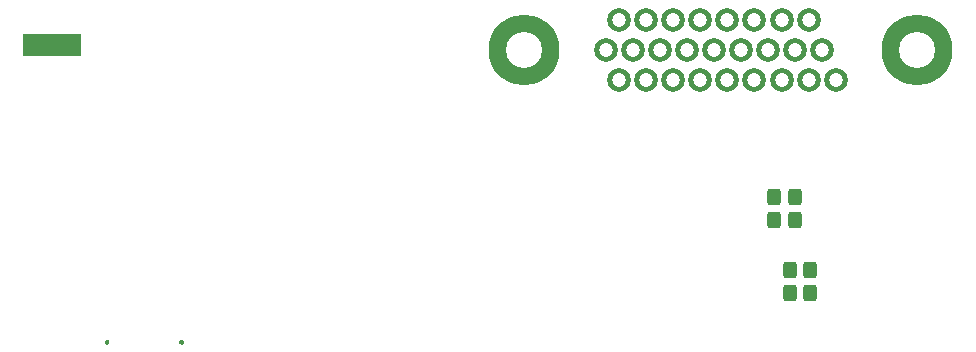
<source format=gbr>
G04 GENERATED BY PULSONIX 10.0 GERBER.DLL 7250*
G04 #@! TF.GenerationSoftware,Pulsonix,Pulsonix,10.0.7250*
G04 #@! TF.CreationDate,2019-09-23T08:44:43--1:00*
G04 #@! TF.Part,Single*
%FSLAX25Y25*%
%LPD*%
%MOIN*%
G04 #@! TF.FileFunction,Soldermask,Top*
G04 #@! TF.FilePolarity,Negative*
G04 #@! TA.AperFunction,SMDPad*
%AMT71*0 Rounded Rectangle pad*4,1,36,0.01382,0.02760,-0.01382,0.02760,-0.01536,0.02745,-0.01683,0.02700,-0.01820,0.02627,-0.01939,0.02529,-0.02037,0.02410,-0.02110,0.02274,-0.02154,0.02126,-0.02170,0.01973,-0.02170,-0.01973,-0.02154,-0.02126,-0.02110,-0.02274,-0.02037,-0.02410,-0.01939,-0.02529,-0.01820,-0.02627,-0.01683,-0.02700,-0.01536,-0.02745,-0.01382,-0.02760,0.01382,-0.02760,0.01536,-0.02745,0.01683,-0.02700,0.01820,-0.02627,0.01939,-0.02529,0.02037,-0.02410,0.02110,-0.02274,0.02154,-0.02126,0.02169,-0.01973,0.02169,0.01973,0.02154,0.02126,0.02110,0.02274,0.02037,0.02410,0.01939,0.02529,0.01820,0.02627,0.01683,0.02700,0.01536,0.02745,0.01382,0.02760,0*%
%ADD71T71*%
G04 #@! TD.AperFunction*
%ADD94C,0.00001*%
G04 #@! TA.AperFunction,NonMaterial*
%ADD120C,0.00100*%
G04 #@! TA.AperFunction,ComponentPad*
%ADD205C,0.23622X0.12008*%
%ADD212C,0.07874X0.04724*%
X0Y0D02*
D02*
D71*
X276398Y104350D03*
Y112028D03*
X281516Y79941D03*
Y87815D03*
X283288Y104350D03*
Y112028D03*
X288406Y79941D03*
Y87815D03*
D02*
D94*
X53268Y63799D02*
X53283Y63668D01*
X53326Y63543*
X53397Y63431*
X53490Y63338*
X53602Y63267*
X53727Y63223*
X53858Y63209*
X53990Y63223*
X54114Y63267*
X54226Y63337*
X54320Y63431*
X54390Y63543*
X54434Y63668*
X54449Y63799*
X54434Y63931*
X54390Y64055*
X54320Y64167*
X54226Y64261*
X54115Y64331*
X53990Y64375*
X53858Y64390*
X53727Y64375*
X53602Y64331*
X53490Y64261*
X53397Y64167*
X53326Y64055*
X53283Y63931*
X53268Y63799*
X53824Y63210D02*
X53892D01*
X53810Y63211D02*
X53906D01*
X53799Y63212D02*
X53917D01*
X53790Y63213D02*
X53926D01*
X53782Y63214D02*
X53934D01*
X53775Y63215D02*
X53942D01*
X53768Y63216D02*
X53948D01*
X53762Y63217D02*
X53954D01*
X53756Y63218D02*
X53960D01*
X53751Y63219D02*
X53966D01*
X53746Y63219D02*
X53971D01*
X53741Y63220D02*
X53976D01*
X53736Y63221D02*
X53981D01*
X53731Y63222D02*
X53985D01*
X53727Y63223D02*
X53989D01*
X53723Y63224D02*
X53994D01*
X53719Y63225D02*
X53998D01*
X53715Y63226D02*
X54002D01*
X53711Y63227D02*
X54006D01*
X53707Y63228D02*
X54009D01*
X53703Y63229D02*
X54013D01*
X53700Y63230D02*
X54017D01*
X53696Y63231D02*
X54020D01*
X53693Y63232D02*
X54024D01*
X53690Y63233D02*
X54027D01*
X53686Y63234D02*
X54030D01*
X53683Y63235D02*
X54033D01*
X53680Y63236D02*
X54037D01*
X53677Y63237D02*
X54040D01*
X53674Y63238D02*
X54043D01*
X53671Y63239D02*
X54046D01*
X53668Y63240D02*
X54049D01*
X53665Y63241D02*
X54051D01*
X53662Y63242D02*
X54054D01*
X53660Y63243D02*
X54057D01*
X53657Y63244D02*
X54060D01*
X53654Y63245D02*
X54062D01*
X53651Y63246D02*
X54065D01*
X53649Y63247D02*
X54068D01*
X53646Y63248D02*
X54070D01*
X53644Y63249D02*
X54073D01*
X53641Y63250D02*
X54075D01*
X53639Y63251D02*
X54078D01*
X53636Y63252D02*
X54080D01*
X53634Y63253D02*
X54083D01*
X53631Y63254D02*
X54085D01*
X53629Y63255D02*
X54087D01*
X53627Y63256D02*
X54090D01*
X53625Y63257D02*
X54092D01*
X53622Y63258D02*
X54094D01*
X53620Y63259D02*
X54097D01*
X53618Y63260D02*
X54099D01*
X53616Y63261D02*
X54101D01*
X53613Y63262D02*
X54103D01*
X53611Y63263D02*
X54105D01*
X53609Y63264D02*
X54107D01*
X53607Y63265D02*
X54109D01*
X53605Y63266D02*
X54112D01*
X53603Y63267D02*
X54114D01*
X53601Y63268D02*
X54116D01*
X53599Y63269D02*
X54118D01*
X53597Y63270D02*
X54120D01*
X53595Y63271D02*
X54122D01*
X53593Y63272D02*
X54124D01*
X53591Y63273D02*
X54126D01*
X53589Y63274D02*
X54128D01*
X53587Y63275D02*
X54129D01*
X53585Y63276D02*
X54131D01*
X53583Y63277D02*
X54133D01*
X53581Y63278D02*
X54135D01*
X53580Y63279D02*
X54137D01*
X53578Y63280D02*
X54139D01*
X53576Y63281D02*
X54141D01*
X53574Y63281D02*
X54142D01*
X53572Y63282D02*
X54144D01*
X53571Y63283D02*
X54146D01*
X53569Y63284D02*
X54148D01*
X53567Y63285D02*
X54149D01*
X53565Y63286D02*
X54151D01*
X53564Y63287D02*
X54153D01*
X53562Y63288D02*
X54155D01*
X53560Y63289D02*
X54156D01*
X53559Y63290D02*
X54158D01*
X53557Y63291D02*
X54160D01*
X53555Y63292D02*
X54161D01*
X53554Y63293D02*
X54163D01*
X53552Y63294D02*
X54165D01*
X53550Y63295D02*
X54166D01*
X53549Y63296D02*
X54168D01*
X53547Y63297D02*
X54169D01*
X53546Y63298D02*
X54171D01*
X53544Y63299D02*
X54173D01*
X53542Y63300D02*
X54174D01*
X53541Y63301D02*
X54176D01*
X53539Y63302D02*
X54177D01*
X53538Y63303D02*
X54179D01*
X53536Y63304D02*
X54180D01*
X53535Y63305D02*
X54182D01*
X53533Y63306D02*
X54183D01*
X53532Y63307D02*
X54185D01*
X53530Y63308D02*
X54186D01*
X53529Y63309D02*
X54188D01*
X53527Y63310D02*
X54189D01*
X53526Y63311D02*
X54191D01*
X53525Y63312D02*
X54192D01*
X53523Y63313D02*
X54193D01*
X53522Y63314D02*
X54195D01*
X53520Y63315D02*
X54196D01*
X53519Y63316D02*
X54198D01*
X53517Y63317D02*
X54199D01*
X53516Y63318D02*
X54200D01*
X53515Y63319D02*
X54202D01*
X53513Y63320D02*
X54203D01*
X53512Y63321D02*
X54205D01*
X53511Y63322D02*
X54206D01*
X53509Y63323D02*
X54207D01*
X53508Y63324D02*
X54209D01*
X53507Y63325D02*
X54210D01*
X53505Y63326D02*
X54211D01*
X53504Y63327D02*
X54213D01*
X53503Y63328D02*
X54214D01*
X53501Y63329D02*
X54215D01*
X53500Y63330D02*
X54216D01*
X53499Y63331D02*
X54218D01*
X53497Y63332D02*
X54219D01*
X53496Y63333D02*
X54220D01*
X53495Y63334D02*
X54222D01*
X53494Y63335D02*
X54223D01*
X53492Y63336D02*
X54224D01*
X53491Y63337D02*
X54225D01*
X53490Y63338D02*
X54227D01*
X53489Y63339D02*
X54228D01*
X53487Y63340D02*
X54229D01*
X53486Y63341D02*
X54230D01*
X53485Y63342D02*
X54231D01*
X53484Y63343D02*
X54233D01*
X53483Y63344D02*
X54234D01*
X53481Y63344D02*
X54235D01*
X53480Y63345D02*
X54236D01*
X53479Y63346D02*
X54237D01*
X53478Y63347D02*
X54239D01*
X53477Y63348D02*
X54240D01*
X53476Y63349D02*
X54241D01*
X53474Y63350D02*
X54242D01*
X53473Y63351D02*
X54243D01*
X53472Y63352D02*
X54244D01*
X53471Y63353D02*
X54246D01*
X53470Y63354D02*
X54247D01*
X53469Y63355D02*
X54248D01*
X53468Y63356D02*
X54249D01*
X53467Y63357D02*
X54250D01*
X53465Y63358D02*
X54251D01*
X53464Y63359D02*
X54252D01*
X53463Y63360D02*
X54253D01*
X53462Y63361D02*
X54254D01*
X53461Y63362D02*
X54255D01*
X53460Y63363D02*
X54257D01*
X53459Y63364D02*
X54258D01*
X53458Y63365D02*
X54259D01*
X53457Y63366D02*
X54260D01*
X53456Y63367D02*
X54261D01*
X53455Y63368D02*
X54262D01*
X53454Y63369D02*
X54263D01*
X53453Y63370D02*
X54264D01*
X53452Y63371D02*
X54265D01*
X53451Y63372D02*
X54266D01*
X53449Y63373D02*
X54267D01*
X53448Y63374D02*
X54268D01*
X53447Y63375D02*
X54269D01*
X53446Y63376D02*
X54270D01*
X53445Y63377D02*
X54271D01*
X53444Y63378D02*
X54272D01*
X53443Y63379D02*
X54273D01*
X53442Y63380D02*
X54274D01*
X53441Y63381D02*
X54275D01*
X53440Y63382D02*
X54276D01*
X53439Y63383D02*
X54277D01*
X53438Y63384D02*
X54278D01*
X53437Y63385D02*
X54279D01*
X53437Y63386D02*
X54280D01*
X53436Y63387D02*
X54281D01*
X53435Y63388D02*
X54282D01*
X53434Y63389D02*
X54283D01*
X53433Y63390D02*
X54284D01*
X53432Y63391D02*
X54285D01*
X53431Y63392D02*
X54286D01*
X53430Y63393D02*
X54287D01*
X53429Y63394D02*
X54288D01*
X53428Y63395D02*
X54289D01*
X53427Y63396D02*
X54289D01*
X53426Y63397D02*
X54290D01*
X53425Y63398D02*
X54291D01*
X53424Y63399D02*
X54292D01*
X53423Y63400D02*
X54293D01*
X53423Y63401D02*
X54294D01*
X53422Y63402D02*
X54295D01*
X53421Y63403D02*
X54296D01*
X53420Y63404D02*
X54297D01*
X53419Y63405D02*
X54298D01*
X53418Y63406D02*
X54298D01*
X53417Y63406D02*
X54299D01*
X53416Y63407D02*
X54300D01*
X53415Y63408D02*
X54301D01*
X53415Y63409D02*
X54302D01*
X53414Y63410D02*
X54303D01*
X53413Y63411D02*
X54304D01*
X53412Y63412D02*
X54304D01*
X53411Y63413D02*
X54305D01*
X53410Y63414D02*
X54306D01*
X53409Y63415D02*
X54307D01*
X53409Y63416D02*
X54308D01*
X53408Y63417D02*
X54309D01*
X53407Y63418D02*
X54310D01*
X53406Y63419D02*
X54310D01*
X53405Y63420D02*
X54311D01*
X53404Y63421D02*
X54312D01*
X53404Y63422D02*
X54313D01*
X53403Y63423D02*
X54314D01*
X53402Y63424D02*
X54314D01*
X53401Y63425D02*
X54315D01*
X53400Y63426D02*
X54316D01*
X53400Y63427D02*
X54317D01*
X53399Y63428D02*
X54318D01*
X53398Y63429D02*
X54318D01*
X53397Y63430D02*
X54319D01*
X53396Y63431D02*
X54320D01*
X53396Y63432D02*
X54321D01*
X53395Y63433D02*
X54322D01*
X53394Y63434D02*
X54322D01*
X53393Y63435D02*
X54323D01*
X53393Y63436D02*
X54324D01*
X53392Y63437D02*
X54325D01*
X53391Y63438D02*
X54325D01*
X53390Y63439D02*
X54326D01*
X53390Y63440D02*
X54327D01*
X53389Y63441D02*
X54328D01*
X53388Y63442D02*
X54328D01*
X53387Y63443D02*
X54329D01*
X53387Y63444D02*
X54330D01*
X53386Y63445D02*
X54331D01*
X53385Y63446D02*
X54331D01*
X53384Y63447D02*
X54332D01*
X53384Y63448D02*
X54333D01*
X53383Y63449D02*
X54334D01*
X53382Y63450D02*
X54334D01*
X53381Y63451D02*
X54335D01*
X53381Y63452D02*
X54336D01*
X53380Y63453D02*
X54336D01*
X53379Y63454D02*
X54337D01*
X53379Y63455D02*
X54338D01*
X53378Y63456D02*
X54339D01*
X53377Y63457D02*
X54339D01*
X53376Y63458D02*
X54340D01*
X53376Y63459D02*
X54341D01*
X53375Y63460D02*
X54341D01*
X53374Y63461D02*
X54342D01*
X53374Y63462D02*
X54343D01*
X53373Y63463D02*
X54344D01*
X53372Y63464D02*
X54344D01*
X53372Y63465D02*
X54345D01*
X53371Y63466D02*
X54346D01*
X53370Y63467D02*
X54346D01*
X53370Y63468D02*
X54347D01*
X53369Y63469D02*
X54348D01*
X53368Y63469D02*
X54348D01*
X53368Y63470D02*
X54349D01*
X53367Y63471D02*
X54350D01*
X53366Y63472D02*
X54350D01*
X53366Y63473D02*
X54351D01*
X53365Y63474D02*
X54351D01*
X53364Y63475D02*
X54352D01*
X53364Y63476D02*
X54353D01*
X53363Y63477D02*
X54353D01*
X53362Y63478D02*
X54354D01*
X53362Y63479D02*
X54355D01*
X53361Y63480D02*
X54355D01*
X53361Y63481D02*
X54356D01*
X53360Y63482D02*
X54357D01*
X53359Y63483D02*
X54357D01*
X53359Y63484D02*
X54358D01*
X53358Y63485D02*
X54358D01*
X53357Y63486D02*
X54359D01*
X53357Y63487D02*
X54360D01*
X53356Y63488D02*
X54360D01*
X53356Y63489D02*
X54361D01*
X53355Y63490D02*
X54361D01*
X53354Y63491D02*
X54362D01*
X53354Y63492D02*
X54363D01*
X53353Y63493D02*
X54363D01*
X53353Y63494D02*
X54364D01*
X53352Y63495D02*
X54364D01*
X53351Y63496D02*
X54365D01*
X53351Y63497D02*
X54366D01*
X53350Y63498D02*
X54366D01*
X53350Y63499D02*
X54367D01*
X53349Y63500D02*
X54367D01*
X53349Y63501D02*
X54368D01*
X53348Y63502D02*
X54369D01*
X53347Y63503D02*
X54369D01*
X53347Y63504D02*
X54370D01*
X53346Y63505D02*
X54370D01*
X53346Y63506D02*
X54371D01*
X53345Y63507D02*
X54371D01*
X53345Y63508D02*
X54372D01*
X53344Y63509D02*
X54373D01*
X53343Y63510D02*
X54373D01*
X53343Y63511D02*
X54374D01*
X53342Y63512D02*
X54374D01*
X53342Y63513D02*
X54375D01*
X53341Y63514D02*
X54375D01*
X53341Y63515D02*
X54376D01*
X53340Y63516D02*
X54376D01*
X53340Y63517D02*
X54377D01*
X53339Y63518D02*
X54377D01*
X53339Y63519D02*
X54378D01*
X53338Y63520D02*
X54378D01*
X53338Y63521D02*
X54379D01*
X53337Y63522D02*
X54380D01*
X53336Y63523D02*
X54380D01*
X53336Y63524D02*
X54381D01*
X53335Y63525D02*
X54381D01*
X53335Y63526D02*
X54382D01*
X53334Y63527D02*
X54382D01*
X53334Y63528D02*
X54383D01*
X53333Y63529D02*
X54383D01*
X53333Y63530D02*
X54384D01*
X53332Y63531D02*
X54384D01*
X53332Y63531D02*
X54385D01*
X53331Y63532D02*
X54385D01*
X53331Y63533D02*
X54386D01*
X53330Y63534D02*
X54386D01*
X53330Y63535D02*
X54387D01*
X53329Y63536D02*
X54387D01*
X53329Y63537D02*
X54388D01*
X53328Y63538D02*
X54388D01*
X53328Y63539D02*
X54389D01*
X53327Y63540D02*
X54389D01*
X53327Y63541D02*
X54390D01*
X53327Y63542D02*
X54390D01*
X53326Y63543D02*
X54391D01*
X53326Y63544D02*
X54391D01*
X53325Y63545D02*
X54391D01*
X53325Y63546D02*
X54392D01*
X53324Y63547D02*
X54392D01*
X53324Y63548D02*
X54393D01*
X53323Y63549D02*
X54393D01*
X53323Y63550D02*
X54394D01*
X53322Y63551D02*
X54394D01*
X53322Y63552D02*
X54395D01*
X53321Y63553D02*
X54395D01*
X53321Y63554D02*
X54396D01*
X53321Y63555D02*
X54396D01*
X53320Y63556D02*
X54396D01*
X53320Y63557D02*
X54397D01*
X53319Y63558D02*
X54397D01*
X53319Y63559D02*
X54398D01*
X53318Y63560D02*
X54398D01*
X53318Y63561D02*
X54399D01*
X53317Y63562D02*
X54399D01*
X53317Y63563D02*
X54400D01*
X53317Y63564D02*
X54400D01*
X53316Y63565D02*
X54400D01*
X53316Y63566D02*
X54401D01*
X53315Y63567D02*
X54401D01*
X53315Y63568D02*
X54402D01*
X53314Y63569D02*
X54402D01*
X53314Y63570D02*
X54402D01*
X53314Y63571D02*
X54403D01*
X53313Y63572D02*
X54403D01*
X53313Y63573D02*
X54404D01*
X53312Y63574D02*
X54404D01*
X53312Y63575D02*
X54405D01*
X53312Y63576D02*
X54405D01*
X53311Y63577D02*
X54405D01*
X53311Y63578D02*
X54406D01*
X53310Y63579D02*
X54406D01*
X53310Y63580D02*
X54406D01*
X53310Y63581D02*
X54407D01*
X53309Y63582D02*
X54407D01*
X53309Y63583D02*
X54408D01*
X53308Y63584D02*
X54408D01*
X53308Y63585D02*
X54408D01*
X53308Y63586D02*
X54409D01*
X53307Y63587D02*
X54409D01*
X53307Y63588D02*
X54410D01*
X53307Y63589D02*
X54410D01*
X53306Y63590D02*
X54410D01*
X53306Y63591D02*
X54411D01*
X53305Y63592D02*
X54411D01*
X53305Y63593D02*
X54411D01*
X53305Y63594D02*
X54412D01*
X53304Y63594D02*
X54412D01*
X53304Y63595D02*
X54413D01*
X53304Y63596D02*
X54413D01*
X53303Y63597D02*
X54413D01*
X53303Y63598D02*
X54414D01*
X53303Y63599D02*
X54414D01*
X53302Y63600D02*
X54414D01*
X53302Y63601D02*
X54415D01*
X53301Y63602D02*
X54415D01*
X53301Y63603D02*
X54415D01*
X53301Y63604D02*
X54416D01*
X53300Y63605D02*
X54416D01*
X53300Y63606D02*
X54416D01*
X53300Y63607D02*
X54417D01*
X53299Y63608D02*
X54417D01*
X53299Y63609D02*
X54417D01*
X53299Y63610D02*
X54418D01*
X53298Y63611D02*
X54418D01*
X53298Y63612D02*
X54418D01*
X53298Y63613D02*
X54419D01*
X53297Y63614D02*
X54419D01*
X53297Y63615D02*
X54419D01*
X53297Y63616D02*
X54420D01*
X53296Y63617D02*
X54420D01*
X53296Y63618D02*
X54420D01*
X53296Y63619D02*
X54421D01*
X53296Y63620D02*
X54421D01*
X53295Y63621D02*
X54421D01*
X53295Y63622D02*
X54422D01*
X53295Y63623D02*
X54422D01*
X53294Y63624D02*
X54422D01*
X53294Y63625D02*
X54423D01*
X53294Y63626D02*
X54423D01*
X53293Y63627D02*
X54423D01*
X53293Y63628D02*
X54423D01*
X53293Y63629D02*
X54424D01*
X53293Y63630D02*
X54424D01*
X53292Y63631D02*
X54424D01*
X53292Y63632D02*
X54425D01*
X53292Y63633D02*
X54425D01*
X53291Y63634D02*
X54425D01*
X53291Y63635D02*
X54425D01*
X53291Y63636D02*
X54426D01*
X53290Y63637D02*
X54426D01*
X53290Y63638D02*
X54426D01*
X53290Y63639D02*
X54427D01*
X53290Y63640D02*
X54427D01*
X53289Y63641D02*
X54427D01*
X53289Y63642D02*
X54427D01*
X53289Y63643D02*
X54428D01*
X53289Y63644D02*
X54428D01*
X53288Y63645D02*
X54428D01*
X53288Y63646D02*
X54429D01*
X53288Y63647D02*
X54429D01*
X53288Y63648D02*
X54429D01*
X53287Y63649D02*
X54429D01*
X53287Y63650D02*
X54430D01*
X53287Y63651D02*
X54430D01*
X53286Y63652D02*
X54430D01*
X53286Y63653D02*
X54430D01*
X53286Y63654D02*
X54431D01*
X53286Y63655D02*
X54431D01*
X53285Y63656D02*
X54431D01*
X53285Y63656D02*
X54431D01*
X53285Y63657D02*
X54432D01*
X53285Y63658D02*
X54432D01*
X53284Y63659D02*
X54432D01*
X53284Y63660D02*
X54432D01*
X53284Y63661D02*
X54433D01*
X53284Y63662D02*
X54433D01*
X53284Y63663D02*
X54433D01*
X53283Y63664D02*
X54433D01*
X53283Y63665D02*
X54433D01*
X53283Y63666D02*
X54434D01*
X53283Y63667D02*
X54434D01*
X53282Y63668D02*
X54434D01*
X53282Y63669D02*
X54434D01*
X53282Y63670D02*
X54435D01*
X53282Y63671D02*
X54435D01*
X53282Y63672D02*
X54435D01*
X53281Y63673D02*
X54435D01*
X53281Y63674D02*
X54435D01*
X53281Y63675D02*
X54436D01*
X53281Y63676D02*
X54436D01*
X53280Y63677D02*
X54436D01*
X53280Y63678D02*
X54436D01*
X53280Y63679D02*
X54436D01*
X53280Y63680D02*
X54437D01*
X53280Y63681D02*
X54437D01*
X53279Y63682D02*
X54437D01*
X53279Y63683D02*
X54437D01*
X53279Y63684D02*
X54437D01*
X53279Y63685D02*
X54438D01*
X53279Y63686D02*
X54438D01*
X53278Y63687D02*
X54438D01*
X53278Y63688D02*
X54438D01*
X53278Y63689D02*
X54438D01*
X53278Y63690D02*
X54439D01*
X53278Y63691D02*
X54439D01*
X53278Y63692D02*
X54439D01*
X53277Y63693D02*
X54439D01*
X53277Y63694D02*
X54439D01*
X53277Y63695D02*
X54440D01*
X53277Y63696D02*
X54440D01*
X53277Y63697D02*
X54440D01*
X53276Y63698D02*
X54440D01*
X53276Y63699D02*
X54440D01*
X53276Y63700D02*
X54440D01*
X53276Y63701D02*
X54441D01*
X53276Y63702D02*
X54441D01*
X53276Y63703D02*
X54441D01*
X53275Y63704D02*
X54441D01*
X53275Y63705D02*
X54441D01*
X53275Y63706D02*
X54441D01*
X53275Y63707D02*
X54442D01*
X53275Y63708D02*
X54442D01*
X53275Y63709D02*
X54442D01*
X53275Y63710D02*
X54442D01*
X53274Y63711D02*
X54442D01*
X53274Y63712D02*
X54442D01*
X53274Y63713D02*
X54442D01*
X53274Y63714D02*
X54443D01*
X53274Y63715D02*
X54443D01*
X53274Y63716D02*
X54443D01*
X53274Y63717D02*
X54443D01*
X53273Y63718D02*
X54443D01*
X53273Y63719D02*
X54443D01*
X53273Y63719D02*
X54443D01*
X53273Y63720D02*
X54444D01*
X53273Y63721D02*
X54444D01*
X53273Y63722D02*
X54444D01*
X53273Y63723D02*
X54444D01*
X53272Y63724D02*
X54444D01*
X53272Y63725D02*
X54444D01*
X53272Y63726D02*
X54444D01*
X53272Y63727D02*
X54444D01*
X53272Y63728D02*
X54445D01*
X53272Y63729D02*
X54445D01*
X53272Y63730D02*
X54445D01*
X53272Y63731D02*
X54445D01*
X53272Y63732D02*
X54445D01*
X53271Y63733D02*
X54445D01*
X53271Y63734D02*
X54445D01*
X53271Y63735D02*
X54445D01*
X53271Y63736D02*
X54445D01*
X53271Y63737D02*
X54446D01*
X53271Y63738D02*
X54446D01*
X53271Y63739D02*
X54446D01*
X53271Y63740D02*
X54446D01*
X53271Y63741D02*
X54446D01*
X53270Y63742D02*
X54446D01*
X53270Y63743D02*
X54446D01*
X53270Y63744D02*
X54446D01*
X53270Y63745D02*
X54446D01*
X53270Y63746D02*
X54446D01*
X53270Y63747D02*
X54446D01*
X53270Y63748D02*
X54447D01*
X53270Y63749D02*
X54447D01*
X53270Y63750D02*
X54447D01*
X53270Y63751D02*
X54447D01*
X53270Y63752D02*
X54447D01*
X53270Y63753D02*
X54447D01*
X53269Y63754D02*
X54447D01*
X53269Y63755D02*
X54447D01*
X53269Y63756D02*
X54447D01*
X53269Y63757D02*
X54447D01*
X53269Y63758D02*
X54447D01*
X53269Y63759D02*
X54447D01*
X53269Y63760D02*
X54448D01*
X53269Y63761D02*
X54448D01*
X53269Y63762D02*
X54448D01*
X53269Y63763D02*
X54448D01*
X53269Y63764D02*
X54448D01*
X53269Y63765D02*
X54448D01*
X53269Y63766D02*
X54448D01*
X53269Y63767D02*
X54448D01*
X53269Y63768D02*
X54448D01*
X53269Y63769D02*
X54448D01*
X53268Y63770D02*
X54448D01*
X53268Y63771D02*
X54448D01*
X53268Y63772D02*
X54448D01*
X53268Y63773D02*
X54448D01*
X53268Y63774D02*
X54448D01*
X53268Y63775D02*
X54448D01*
X53268Y63776D02*
X54448D01*
X53268Y63777D02*
X54448D01*
X53268Y63778D02*
X54448D01*
X53268Y63779D02*
X54448D01*
X53268Y63780D02*
X54449D01*
X53268Y63781D02*
X54449D01*
X53268Y63781D02*
X54449D01*
X53268Y63782D02*
X54449D01*
X53268Y63783D02*
X54449D01*
X53268Y63784D02*
X54449D01*
X53268Y63785D02*
X54449D01*
X53268Y63786D02*
X54449D01*
X53268Y63787D02*
X54449D01*
X53268Y63788D02*
X54449D01*
X53268Y63789D02*
X54449D01*
X53268Y63790D02*
X54449D01*
X53268Y63791D02*
X54449D01*
X53268Y63792D02*
X54449D01*
X53268Y63793D02*
X54449D01*
X53268Y63794D02*
X54449D01*
X53268Y63795D02*
X54449D01*
X53268Y63796D02*
X54449D01*
X53268Y63797D02*
X54449D01*
X53268Y63798D02*
X54449D01*
X53268Y63799D02*
X54449D01*
X53268Y63800D02*
X54449D01*
X53268Y63801D02*
X54449D01*
X53268Y63802D02*
X54449D01*
X53268Y63803D02*
X54449D01*
X53268Y63804D02*
X54449D01*
X53268Y63805D02*
X54449D01*
X53268Y63806D02*
X54449D01*
X53268Y63807D02*
X54449D01*
X53268Y63808D02*
X54449D01*
X53268Y63809D02*
X54449D01*
X53268Y63810D02*
X54449D01*
X53268Y63811D02*
X54449D01*
X53268Y63812D02*
X54449D01*
X53268Y63813D02*
X54449D01*
X53268Y63814D02*
X54449D01*
X53268Y63815D02*
X54449D01*
X53268Y63816D02*
X54449D01*
X53268Y63817D02*
X54449D01*
X53268Y63818D02*
X54449D01*
X53268Y63819D02*
X54449D01*
X53268Y63820D02*
X54448D01*
X53268Y63821D02*
X54448D01*
X53268Y63822D02*
X54448D01*
X53268Y63823D02*
X54448D01*
X53268Y63824D02*
X54448D01*
X53268Y63825D02*
X54448D01*
X53268Y63826D02*
X54448D01*
X53268Y63827D02*
X54448D01*
X53268Y63828D02*
X54448D01*
X53268Y63829D02*
X54448D01*
X53269Y63830D02*
X54448D01*
X53269Y63831D02*
X54448D01*
X53269Y63832D02*
X54448D01*
X53269Y63833D02*
X54448D01*
X53269Y63834D02*
X54448D01*
X53269Y63835D02*
X54448D01*
X53269Y63836D02*
X54448D01*
X53269Y63837D02*
X54448D01*
X53269Y63838D02*
X54448D01*
X53269Y63839D02*
X54448D01*
X53269Y63840D02*
X54447D01*
X53269Y63841D02*
X54447D01*
X53269Y63842D02*
X54447D01*
X53269Y63843D02*
X54447D01*
X53269Y63844D02*
X54447D01*
X53269Y63844D02*
X54447D01*
X53270Y63845D02*
X54447D01*
X53270Y63846D02*
X54447D01*
X53270Y63847D02*
X54447D01*
X53270Y63848D02*
X54447D01*
X53270Y63849D02*
X54447D01*
X53270Y63850D02*
X54447D01*
X53270Y63851D02*
X54446D01*
X53270Y63852D02*
X54446D01*
X53270Y63853D02*
X54446D01*
X53270Y63854D02*
X54446D01*
X53270Y63855D02*
X54446D01*
X53270Y63856D02*
X54446D01*
X53271Y63857D02*
X54446D01*
X53271Y63858D02*
X54446D01*
X53271Y63859D02*
X54446D01*
X53271Y63860D02*
X54446D01*
X53271Y63861D02*
X54446D01*
X53271Y63862D02*
X54445D01*
X53271Y63863D02*
X54445D01*
X53271Y63864D02*
X54445D01*
X53271Y63865D02*
X54445D01*
X53272Y63866D02*
X54445D01*
X53272Y63867D02*
X54445D01*
X53272Y63868D02*
X54445D01*
X53272Y63869D02*
X54445D01*
X53272Y63870D02*
X54445D01*
X53272Y63871D02*
X54444D01*
X53272Y63872D02*
X54444D01*
X53272Y63873D02*
X54444D01*
X53272Y63874D02*
X54444D01*
X53273Y63875D02*
X54444D01*
X53273Y63876D02*
X54444D01*
X53273Y63877D02*
X54444D01*
X53273Y63878D02*
X54444D01*
X53273Y63879D02*
X54443D01*
X53273Y63880D02*
X54443D01*
X53273Y63881D02*
X54443D01*
X53274Y63882D02*
X54443D01*
X53274Y63883D02*
X54443D01*
X53274Y63884D02*
X54443D01*
X53274Y63885D02*
X54443D01*
X53274Y63886D02*
X54442D01*
X53274Y63887D02*
X54442D01*
X53274Y63888D02*
X54442D01*
X53275Y63889D02*
X54442D01*
X53275Y63890D02*
X54442D01*
X53275Y63891D02*
X54442D01*
X53275Y63892D02*
X54442D01*
X53275Y63893D02*
X54441D01*
X53275Y63894D02*
X54441D01*
X53275Y63895D02*
X54441D01*
X53276Y63896D02*
X54441D01*
X53276Y63897D02*
X54441D01*
X53276Y63898D02*
X54441D01*
X53276Y63899D02*
X54440D01*
X53276Y63900D02*
X54440D01*
X53276Y63901D02*
X54440D01*
X53277Y63902D02*
X54440D01*
X53277Y63903D02*
X54440D01*
X53277Y63904D02*
X54440D01*
X53277Y63905D02*
X54439D01*
X53277Y63906D02*
X54439D01*
X53278Y63906D02*
X54439D01*
X53278Y63907D02*
X54439D01*
X53278Y63908D02*
X54439D01*
X53278Y63909D02*
X54438D01*
X53278Y63910D02*
X54438D01*
X53278Y63911D02*
X54438D01*
X53279Y63912D02*
X54438D01*
X53279Y63913D02*
X54438D01*
X53279Y63914D02*
X54437D01*
X53279Y63915D02*
X54437D01*
X53279Y63916D02*
X54437D01*
X53280Y63917D02*
X54437D01*
X53280Y63918D02*
X54437D01*
X53280Y63919D02*
X54436D01*
X53280Y63920D02*
X54436D01*
X53280Y63921D02*
X54436D01*
X53281Y63922D02*
X54436D01*
X53281Y63923D02*
X54436D01*
X53281Y63924D02*
X54435D01*
X53281Y63925D02*
X54435D01*
X53282Y63926D02*
X54435D01*
X53282Y63927D02*
X54435D01*
X53282Y63928D02*
X54435D01*
X53282Y63929D02*
X54434D01*
X53282Y63930D02*
X54434D01*
X53283Y63931D02*
X54434D01*
X53283Y63932D02*
X54434D01*
X53283Y63933D02*
X54433D01*
X53283Y63934D02*
X54433D01*
X53284Y63935D02*
X54433D01*
X53284Y63936D02*
X54433D01*
X53284Y63937D02*
X54433D01*
X53284Y63938D02*
X54432D01*
X53284Y63939D02*
X54432D01*
X53285Y63940D02*
X54432D01*
X53285Y63941D02*
X54432D01*
X53285Y63942D02*
X54431D01*
X53285Y63943D02*
X54431D01*
X53286Y63944D02*
X54431D01*
X53286Y63945D02*
X54431D01*
X53286Y63946D02*
X54430D01*
X53286Y63947D02*
X54430D01*
X53287Y63948D02*
X54430D01*
X53287Y63949D02*
X54430D01*
X53287Y63950D02*
X54429D01*
X53288Y63951D02*
X54429D01*
X53288Y63952D02*
X54429D01*
X53288Y63953D02*
X54429D01*
X53288Y63954D02*
X54428D01*
X53289Y63955D02*
X54428D01*
X53289Y63956D02*
X54428D01*
X53289Y63957D02*
X54427D01*
X53289Y63958D02*
X54427D01*
X53290Y63959D02*
X54427D01*
X53290Y63960D02*
X54427D01*
X53290Y63961D02*
X54426D01*
X53290Y63962D02*
X54426D01*
X53291Y63963D02*
X54426D01*
X53291Y63964D02*
X54425D01*
X53291Y63965D02*
X54425D01*
X53292Y63966D02*
X54425D01*
X53292Y63967D02*
X54425D01*
X53292Y63968D02*
X54424D01*
X53293Y63969D02*
X54424D01*
X53293Y63969D02*
X54424D01*
X53293Y63970D02*
X54423D01*
X53293Y63971D02*
X54423D01*
X53294Y63972D02*
X54423D01*
X53294Y63973D02*
X54423D01*
X53294Y63974D02*
X54422D01*
X53295Y63975D02*
X54422D01*
X53295Y63976D02*
X54422D01*
X53295Y63977D02*
X54421D01*
X53296Y63978D02*
X54421D01*
X53296Y63979D02*
X54421D01*
X53296Y63980D02*
X54420D01*
X53296Y63981D02*
X54420D01*
X53297Y63982D02*
X54420D01*
X53297Y63983D02*
X54419D01*
X53297Y63984D02*
X54419D01*
X53298Y63985D02*
X54419D01*
X53298Y63986D02*
X54418D01*
X53298Y63987D02*
X54418D01*
X53299Y63988D02*
X54418D01*
X53299Y63989D02*
X54417D01*
X53299Y63990D02*
X54417D01*
X53300Y63991D02*
X54417D01*
X53300Y63992D02*
X54416D01*
X53300Y63993D02*
X54416D01*
X53301Y63994D02*
X54416D01*
X53301Y63995D02*
X54415D01*
X53301Y63996D02*
X54415D01*
X53302Y63997D02*
X54415D01*
X53302Y63998D02*
X54414D01*
X53303Y63999D02*
X54414D01*
X53303Y64000D02*
X54414D01*
X53303Y64001D02*
X54413D01*
X53304Y64002D02*
X54413D01*
X53304Y64003D02*
X54413D01*
X53304Y64004D02*
X54412D01*
X53305Y64005D02*
X54412D01*
X53305Y64006D02*
X54411D01*
X53305Y64007D02*
X54411D01*
X53306Y64008D02*
X54411D01*
X53306Y64009D02*
X54410D01*
X53307Y64010D02*
X54410D01*
X53307Y64011D02*
X54410D01*
X53307Y64012D02*
X54409D01*
X53308Y64013D02*
X54409D01*
X53308Y64014D02*
X54408D01*
X53308Y64015D02*
X54408D01*
X53309Y64016D02*
X54408D01*
X53309Y64017D02*
X54407D01*
X53310Y64018D02*
X54407D01*
X53310Y64019D02*
X54406D01*
X53310Y64020D02*
X54406D01*
X53311Y64021D02*
X54406D01*
X53311Y64022D02*
X54405D01*
X53312Y64023D02*
X54405D01*
X53312Y64024D02*
X54405D01*
X53312Y64025D02*
X54404D01*
X53313Y64026D02*
X54404D01*
X53313Y64027D02*
X54403D01*
X53314Y64028D02*
X54403D01*
X53314Y64029D02*
X54402D01*
X53314Y64030D02*
X54402D01*
X53315Y64031D02*
X54402D01*
X53315Y64031D02*
X54401D01*
X53316Y64032D02*
X54401D01*
X53316Y64033D02*
X54400D01*
X53317Y64034D02*
X54400D01*
X53317Y64035D02*
X54400D01*
X53317Y64036D02*
X54399D01*
X53318Y64037D02*
X54399D01*
X53318Y64038D02*
X54398D01*
X53319Y64039D02*
X54398D01*
X53319Y64040D02*
X54397D01*
X53320Y64041D02*
X54397D01*
X53320Y64042D02*
X54396D01*
X53321Y64043D02*
X54396D01*
X53321Y64044D02*
X54396D01*
X53321Y64045D02*
X54395D01*
X53322Y64046D02*
X54395D01*
X53322Y64047D02*
X54394D01*
X53323Y64048D02*
X54394D01*
X53323Y64049D02*
X54393D01*
X53324Y64050D02*
X54393D01*
X53324Y64051D02*
X54392D01*
X53325Y64052D02*
X54392D01*
X53325Y64053D02*
X54391D01*
X53326Y64054D02*
X54391D01*
X53326Y64055D02*
X54391D01*
X53327Y64056D02*
X54390D01*
X53327Y64057D02*
X54390D01*
X53327Y64058D02*
X54389D01*
X53328Y64059D02*
X54389D01*
X53328Y64060D02*
X54388D01*
X53329Y64061D02*
X54388D01*
X53329Y64062D02*
X54387D01*
X53330Y64063D02*
X54387D01*
X53330Y64064D02*
X54386D01*
X53331Y64065D02*
X54386D01*
X53331Y64066D02*
X54385D01*
X53332Y64067D02*
X54385D01*
X53332Y64068D02*
X54384D01*
X53333Y64069D02*
X54384D01*
X53333Y64070D02*
X54383D01*
X53334Y64071D02*
X54383D01*
X53334Y64072D02*
X54382D01*
X53335Y64073D02*
X54382D01*
X53335Y64074D02*
X54381D01*
X53336Y64075D02*
X54381D01*
X53336Y64076D02*
X54380D01*
X53337Y64077D02*
X54380D01*
X53338Y64078D02*
X54379D01*
X53338Y64079D02*
X54378D01*
X53339Y64080D02*
X54378D01*
X53339Y64081D02*
X54377D01*
X53340Y64082D02*
X54377D01*
X53340Y64083D02*
X54376D01*
X53341Y64084D02*
X54376D01*
X53341Y64085D02*
X54375D01*
X53342Y64086D02*
X54375D01*
X53342Y64087D02*
X54374D01*
X53343Y64088D02*
X54374D01*
X53343Y64089D02*
X54373D01*
X53344Y64090D02*
X54373D01*
X53345Y64091D02*
X54372D01*
X53345Y64092D02*
X54371D01*
X53346Y64093D02*
X54371D01*
X53346Y64094D02*
X54370D01*
X53347Y64094D02*
X54370D01*
X53347Y64095D02*
X54369D01*
X53348Y64096D02*
X54369D01*
X53349Y64097D02*
X54368D01*
X53349Y64098D02*
X54367D01*
X53350Y64099D02*
X54367D01*
X53350Y64100D02*
X54366D01*
X53351Y64101D02*
X54366D01*
X53351Y64102D02*
X54365D01*
X53352Y64103D02*
X54364D01*
X53353Y64104D02*
X54364D01*
X53353Y64105D02*
X54363D01*
X53354Y64106D02*
X54363D01*
X53354Y64107D02*
X54362D01*
X53355Y64108D02*
X54361D01*
X53356Y64109D02*
X54361D01*
X53356Y64110D02*
X54360D01*
X53357Y64111D02*
X54360D01*
X53357Y64112D02*
X54359D01*
X53358Y64113D02*
X54358D01*
X53359Y64114D02*
X54358D01*
X53359Y64115D02*
X54357D01*
X53360Y64116D02*
X54357D01*
X53361Y64117D02*
X54356D01*
X53361Y64118D02*
X54355D01*
X53362Y64119D02*
X54355D01*
X53362Y64120D02*
X54354D01*
X53363Y64121D02*
X54353D01*
X53364Y64122D02*
X54353D01*
X53364Y64123D02*
X54352D01*
X53365Y64124D02*
X54351D01*
X53366Y64125D02*
X54351D01*
X53366Y64126D02*
X54350D01*
X53367Y64127D02*
X54350D01*
X53368Y64128D02*
X54349D01*
X53368Y64129D02*
X54348D01*
X53369Y64130D02*
X54348D01*
X53370Y64131D02*
X54347D01*
X53370Y64132D02*
X54346D01*
X53371Y64133D02*
X54346D01*
X53372Y64134D02*
X54345D01*
X53372Y64135D02*
X54344D01*
X53373Y64136D02*
X54344D01*
X53374Y64137D02*
X54343D01*
X53374Y64138D02*
X54342D01*
X53375Y64139D02*
X54341D01*
X53376Y64140D02*
X54341D01*
X53376Y64141D02*
X54340D01*
X53377Y64142D02*
X54339D01*
X53378Y64143D02*
X54339D01*
X53379Y64144D02*
X54338D01*
X53379Y64145D02*
X54337D01*
X53380Y64146D02*
X54336D01*
X53381Y64147D02*
X54336D01*
X53381Y64148D02*
X54335D01*
X53382Y64149D02*
X54334D01*
X53383Y64150D02*
X54334D01*
X53384Y64151D02*
X54333D01*
X53384Y64152D02*
X54332D01*
X53385Y64153D02*
X54331D01*
X53386Y64154D02*
X54331D01*
X53387Y64155D02*
X54330D01*
X53387Y64156D02*
X54329D01*
X53388Y64156D02*
X54328D01*
X53389Y64157D02*
X54328D01*
X53390Y64158D02*
X54327D01*
X53390Y64159D02*
X54326D01*
X53391Y64160D02*
X54325D01*
X53392Y64161D02*
X54325D01*
X53393Y64162D02*
X54324D01*
X53393Y64163D02*
X54323D01*
X53394Y64164D02*
X54322D01*
X53395Y64165D02*
X54322D01*
X53396Y64166D02*
X54321D01*
X53396Y64167D02*
X54320D01*
X53397Y64168D02*
X54319D01*
X53398Y64169D02*
X54318D01*
X53399Y64170D02*
X54318D01*
X53400Y64171D02*
X54317D01*
X53400Y64172D02*
X54316D01*
X53401Y64173D02*
X54315D01*
X53402Y64174D02*
X54314D01*
X53403Y64175D02*
X54314D01*
X53404Y64176D02*
X54313D01*
X53404Y64177D02*
X54312D01*
X53405Y64178D02*
X54311D01*
X53406Y64179D02*
X54310D01*
X53407Y64180D02*
X54310D01*
X53408Y64181D02*
X54309D01*
X53409Y64182D02*
X54308D01*
X53409Y64183D02*
X54307D01*
X53410Y64184D02*
X54306D01*
X53411Y64185D02*
X54305D01*
X53412Y64186D02*
X54304D01*
X53413Y64187D02*
X54304D01*
X53414Y64188D02*
X54303D01*
X53415Y64189D02*
X54302D01*
X53415Y64190D02*
X54301D01*
X53416Y64191D02*
X54300D01*
X53417Y64192D02*
X54299D01*
X53418Y64193D02*
X54298D01*
X53419Y64194D02*
X54298D01*
X53420Y64195D02*
X54297D01*
X53421Y64196D02*
X54296D01*
X53422Y64197D02*
X54295D01*
X53423Y64198D02*
X54294D01*
X53423Y64199D02*
X54293D01*
X53424Y64200D02*
X54292D01*
X53425Y64201D02*
X54291D01*
X53426Y64202D02*
X54290D01*
X53427Y64203D02*
X54289D01*
X53428Y64204D02*
X54289D01*
X53429Y64205D02*
X54288D01*
X53430Y64206D02*
X54287D01*
X53431Y64207D02*
X54286D01*
X53432Y64208D02*
X54285D01*
X53433Y64209D02*
X54284D01*
X53434Y64210D02*
X54283D01*
X53435Y64211D02*
X54282D01*
X53436Y64212D02*
X54281D01*
X53437Y64213D02*
X54280D01*
X53437Y64214D02*
X54279D01*
X53438Y64215D02*
X54278D01*
X53439Y64216D02*
X54277D01*
X53440Y64217D02*
X54276D01*
X53441Y64218D02*
X54275D01*
X53442Y64219D02*
X54274D01*
X53443Y64219D02*
X54273D01*
X53444Y64220D02*
X54272D01*
X53445Y64221D02*
X54271D01*
X53446Y64222D02*
X54270D01*
X53447Y64223D02*
X54269D01*
X53448Y64224D02*
X54268D01*
X53449Y64225D02*
X54267D01*
X53451Y64226D02*
X54266D01*
X53452Y64227D02*
X54265D01*
X53453Y64228D02*
X54264D01*
X53454Y64229D02*
X54263D01*
X53455Y64230D02*
X54262D01*
X53456Y64231D02*
X54261D01*
X53457Y64232D02*
X54260D01*
X53458Y64233D02*
X54259D01*
X53459Y64234D02*
X54258D01*
X53460Y64235D02*
X54257D01*
X53461Y64236D02*
X54255D01*
X53462Y64237D02*
X54254D01*
X53463Y64238D02*
X54253D01*
X53464Y64239D02*
X54252D01*
X53465Y64240D02*
X54251D01*
X53467Y64241D02*
X54250D01*
X53468Y64242D02*
X54249D01*
X53469Y64243D02*
X54248D01*
X53470Y64244D02*
X54247D01*
X53471Y64245D02*
X54246D01*
X53472Y64246D02*
X54244D01*
X53473Y64247D02*
X54243D01*
X53474Y64248D02*
X54242D01*
X53476Y64249D02*
X54241D01*
X53477Y64250D02*
X54240D01*
X53478Y64251D02*
X54239D01*
X53479Y64252D02*
X54237D01*
X53480Y64253D02*
X54236D01*
X53481Y64254D02*
X54235D01*
X53483Y64255D02*
X54234D01*
X53484Y64256D02*
X54233D01*
X53485Y64257D02*
X54231D01*
X53486Y64258D02*
X54230D01*
X53487Y64259D02*
X54229D01*
X53489Y64260D02*
X54228D01*
X53490Y64261D02*
X54227D01*
X53491Y64262D02*
X54225D01*
X53492Y64263D02*
X54224D01*
X53494Y64264D02*
X54223D01*
X53495Y64265D02*
X54222D01*
X53496Y64266D02*
X54220D01*
X53497Y64267D02*
X54219D01*
X53499Y64268D02*
X54218D01*
X53500Y64269D02*
X54216D01*
X53501Y64270D02*
X54215D01*
X53503Y64271D02*
X54214D01*
X53504Y64272D02*
X54213D01*
X53505Y64273D02*
X54211D01*
X53507Y64274D02*
X54210D01*
X53508Y64275D02*
X54209D01*
X53509Y64276D02*
X54207D01*
X53511Y64277D02*
X54206D01*
X53512Y64278D02*
X54205D01*
X53513Y64279D02*
X54203D01*
X53515Y64280D02*
X54202D01*
X53516Y64281D02*
X54200D01*
X53517Y64281D02*
X54199D01*
X53519Y64282D02*
X54198D01*
X53520Y64283D02*
X54196D01*
X53522Y64284D02*
X54195D01*
X53523Y64285D02*
X54193D01*
X53525Y64286D02*
X54192D01*
X53526Y64287D02*
X54191D01*
X53527Y64288D02*
X54189D01*
X53529Y64289D02*
X54188D01*
X53530Y64290D02*
X54186D01*
X53532Y64291D02*
X54185D01*
X53533Y64292D02*
X54183D01*
X53535Y64293D02*
X54182D01*
X53536Y64294D02*
X54180D01*
X53538Y64295D02*
X54179D01*
X53539Y64296D02*
X54177D01*
X53541Y64297D02*
X54176D01*
X53542Y64298D02*
X54174D01*
X53544Y64299D02*
X54173D01*
X53546Y64300D02*
X54171D01*
X53547Y64301D02*
X54169D01*
X53549Y64302D02*
X54168D01*
X53550Y64303D02*
X54166D01*
X53552Y64304D02*
X54165D01*
X53554Y64305D02*
X54163D01*
X53555Y64306D02*
X54161D01*
X53557Y64307D02*
X54160D01*
X53559Y64308D02*
X54158D01*
X53560Y64309D02*
X54156D01*
X53562Y64310D02*
X54155D01*
X53564Y64311D02*
X54153D01*
X53565Y64312D02*
X54151D01*
X53567Y64313D02*
X54149D01*
X53569Y64314D02*
X54148D01*
X53571Y64315D02*
X54146D01*
X53572Y64316D02*
X54144D01*
X53574Y64317D02*
X54142D01*
X53576Y64318D02*
X54141D01*
X53578Y64319D02*
X54139D01*
X53580Y64320D02*
X54137D01*
X53581Y64321D02*
X54135D01*
X53583Y64322D02*
X54133D01*
X53585Y64323D02*
X54131D01*
X53587Y64324D02*
X54129D01*
X53589Y64325D02*
X54128D01*
X53591Y64326D02*
X54126D01*
X53593Y64327D02*
X54124D01*
X53595Y64328D02*
X54122D01*
X53597Y64329D02*
X54120D01*
X53599Y64330D02*
X54118D01*
X53601Y64331D02*
X54116D01*
X53603Y64332D02*
X54114D01*
X53605Y64333D02*
X54112D01*
X53607Y64334D02*
X54109D01*
X53609Y64335D02*
X54107D01*
X53611Y64336D02*
X54105D01*
X53613Y64337D02*
X54103D01*
X53616Y64338D02*
X54101D01*
X53618Y64339D02*
X54099D01*
X53620Y64340D02*
X54097D01*
X53622Y64341D02*
X54094D01*
X53625Y64342D02*
X54092D01*
X53627Y64343D02*
X54090D01*
X53629Y64344D02*
X54087D01*
X53631Y64344D02*
X54085D01*
X53634Y64345D02*
X54083D01*
X53636Y64346D02*
X54080D01*
X53639Y64347D02*
X54078D01*
X53641Y64348D02*
X54075D01*
X53644Y64349D02*
X54073D01*
X53646Y64350D02*
X54070D01*
X53649Y64351D02*
X54068D01*
X53651Y64352D02*
X54065D01*
X53654Y64353D02*
X54062D01*
X53657Y64354D02*
X54060D01*
X53660Y64355D02*
X54057D01*
X53662Y64356D02*
X54054D01*
X53665Y64357D02*
X54051D01*
X53668Y64358D02*
X54049D01*
X53671Y64359D02*
X54046D01*
X53674Y64360D02*
X54043D01*
X53677Y64361D02*
X54040D01*
X53680Y64362D02*
X54037D01*
X53683Y64363D02*
X54033D01*
X53686Y64364D02*
X54030D01*
X53690Y64365D02*
X54027D01*
X53693Y64366D02*
X54024D01*
X53696Y64367D02*
X54020D01*
X53700Y64368D02*
X54017D01*
X53703Y64369D02*
X54013D01*
X53707Y64370D02*
X54009D01*
X53711Y64371D02*
X54006D01*
X53715Y64372D02*
X54002D01*
X53719Y64373D02*
X53998D01*
X53723Y64374D02*
X53994D01*
X53727Y64375D02*
X53989D01*
X53731Y64376D02*
X53985D01*
X53736Y64377D02*
X53981D01*
X53741Y64378D02*
X53976D01*
X53746Y64379D02*
X53971D01*
X53751Y64380D02*
X53966D01*
X53756Y64381D02*
X53960D01*
X53762Y64382D02*
X53954D01*
X53768Y64383D02*
X53948D01*
X53775Y64384D02*
X53942D01*
X53782Y64385D02*
X53934D01*
X53790Y64386D02*
X53926D01*
X53799Y64387D02*
X53917D01*
X53810Y64388D02*
X53906D01*
X53824Y64389D02*
X53892D01*
X78071Y63799D02*
X78086Y63668D01*
X78129Y63543*
X78200Y63431*
X78293Y63338*
X78405Y63267*
X78530Y63223*
X78661Y63209*
X78793Y63223*
X78918Y63267*
X79030Y63337*
X79123Y63431*
X79193Y63543*
X79237Y63668*
X79252Y63799*
X79237Y63931*
X79194Y64055*
X79123Y64167*
X79030Y64261*
X78918Y64331*
X78793Y64375*
X78661Y64390*
X78530Y64375*
X78405Y64331*
X78293Y64261*
X78200Y64167*
X78129Y64055*
X78086Y63931*
X78071Y63799*
X78627Y63210D02*
X78696D01*
X78613Y63211D02*
X78710D01*
X78602Y63212D02*
X78720D01*
X78593Y63213D02*
X78729D01*
X78585Y63214D02*
X78737D01*
X78578Y63215D02*
X78745D01*
X78571Y63216D02*
X78751D01*
X78565Y63217D02*
X78758D01*
X78560Y63218D02*
X78763D01*
X78554Y63219D02*
X78769D01*
X78549Y63219D02*
X78774D01*
X78544Y63220D02*
X78779D01*
X78539Y63221D02*
X78784D01*
X78535Y63222D02*
X78788D01*
X78530Y63223D02*
X78793D01*
X78526Y63224D02*
X78797D01*
X78522Y63225D02*
X78801D01*
X78518Y63226D02*
X78805D01*
X78514Y63227D02*
X78809D01*
X78510Y63228D02*
X78813D01*
X78507Y63229D02*
X78816D01*
X78503Y63230D02*
X78820D01*
X78499Y63231D02*
X78823D01*
X78496Y63232D02*
X78827D01*
X78493Y63233D02*
X78830D01*
X78489Y63234D02*
X78833D01*
X78486Y63235D02*
X78837D01*
X78483Y63236D02*
X78840D01*
X78480Y63237D02*
X78843D01*
X78477Y63238D02*
X78846D01*
X78474Y63239D02*
X78849D01*
X78471Y63240D02*
X78852D01*
X78468Y63241D02*
X78855D01*
X78465Y63242D02*
X78857D01*
X78463Y63243D02*
X78860D01*
X78460Y63244D02*
X78863D01*
X78457Y63245D02*
X78866D01*
X78455Y63246D02*
X78868D01*
X78452Y63247D02*
X78871D01*
X78449Y63248D02*
X78873D01*
X78447Y63249D02*
X78876D01*
X78444Y63250D02*
X78878D01*
X78442Y63251D02*
X78881D01*
X78439Y63252D02*
X78883D01*
X78437Y63253D02*
X78886D01*
X78435Y63254D02*
X78888D01*
X78432Y63255D02*
X78891D01*
X78430Y63256D02*
X78893D01*
X78428Y63257D02*
X78895D01*
X78425Y63258D02*
X78897D01*
X78423Y63259D02*
X78900D01*
X78421Y63260D02*
X78902D01*
X78419Y63261D02*
X78904D01*
X78417Y63262D02*
X78906D01*
X78414Y63263D02*
X78908D01*
X78412Y63264D02*
X78911D01*
X78410Y63265D02*
X78913D01*
X78408Y63266D02*
X78915D01*
X78406Y63267D02*
X78917D01*
X78404Y63268D02*
X78919D01*
X78402Y63269D02*
X78921D01*
X78400Y63270D02*
X78923D01*
X78398Y63271D02*
X78925D01*
X78396Y63272D02*
X78927D01*
X78394Y63273D02*
X78929D01*
X78392Y63274D02*
X78931D01*
X78390Y63275D02*
X78933D01*
X78388Y63276D02*
X78934D01*
X78386Y63277D02*
X78936D01*
X78385Y63278D02*
X78938D01*
X78383Y63279D02*
X78940D01*
X78381Y63280D02*
X78942D01*
X78379Y63281D02*
X78944D01*
X78377Y63281D02*
X78946D01*
X78376Y63282D02*
X78947D01*
X78374Y63283D02*
X78949D01*
X78372Y63284D02*
X78951D01*
X78370Y63285D02*
X78953D01*
X78369Y63286D02*
X78954D01*
X78367Y63287D02*
X78956D01*
X78365Y63288D02*
X78958D01*
X78363Y63289D02*
X78959D01*
X78362Y63290D02*
X78961D01*
X78360Y63291D02*
X78963D01*
X78358Y63292D02*
X78964D01*
X78357Y63293D02*
X78966D01*
X78355Y63294D02*
X78968D01*
X78354Y63295D02*
X78969D01*
X78352Y63296D02*
X78971D01*
X78350Y63297D02*
X78973D01*
X78349Y63298D02*
X78974D01*
X78347Y63299D02*
X78976D01*
X78346Y63300D02*
X78977D01*
X78344Y63301D02*
X78979D01*
X78343Y63302D02*
X78980D01*
X78341Y63303D02*
X78982D01*
X78339Y63304D02*
X78983D01*
X78338Y63305D02*
X78985D01*
X78336Y63306D02*
X78986D01*
X78335Y63307D02*
X78988D01*
X78334Y63308D02*
X78989D01*
X78332Y63309D02*
X78991D01*
X78331Y63310D02*
X78992D01*
X78329Y63311D02*
X78994D01*
X78328Y63312D02*
X78995D01*
X78326Y63313D02*
X78997D01*
X78325Y63314D02*
X78998D01*
X78323Y63315D02*
X78999D01*
X78322Y63316D02*
X79001D01*
X78321Y63317D02*
X79002D01*
X78319Y63318D02*
X79004D01*
X78318Y63319D02*
X79005D01*
X78316Y63320D02*
X79006D01*
X78315Y63321D02*
X79008D01*
X78314Y63322D02*
X79009D01*
X78312Y63323D02*
X79010D01*
X78311Y63324D02*
X79012D01*
X78310Y63325D02*
X79013D01*
X78308Y63326D02*
X79014D01*
X78307Y63327D02*
X79016D01*
X78306Y63328D02*
X79017D01*
X78304Y63329D02*
X79018D01*
X78303Y63330D02*
X79020D01*
X78302Y63331D02*
X79021D01*
X78301Y63332D02*
X79022D01*
X78299Y63333D02*
X79024D01*
X78298Y63334D02*
X79025D01*
X78297Y63335D02*
X79026D01*
X78296Y63336D02*
X79027D01*
X78294Y63337D02*
X79029D01*
X78293Y63338D02*
X79030D01*
X78292Y63339D02*
X79031D01*
X78291Y63340D02*
X79032D01*
X78289Y63341D02*
X79033D01*
X78288Y63342D02*
X79035D01*
X78287Y63343D02*
X79036D01*
X78286Y63344D02*
X79037D01*
X78285Y63344D02*
X79038D01*
X78283Y63345D02*
X79039D01*
X78282Y63346D02*
X79041D01*
X78281Y63347D02*
X79042D01*
X78280Y63348D02*
X79043D01*
X78279Y63349D02*
X79044D01*
X78278Y63350D02*
X79045D01*
X78276Y63351D02*
X79046D01*
X78275Y63352D02*
X79048D01*
X78274Y63353D02*
X79049D01*
X78273Y63354D02*
X79050D01*
X78272Y63355D02*
X79051D01*
X78271Y63356D02*
X79052D01*
X78270Y63357D02*
X79053D01*
X78269Y63358D02*
X79054D01*
X78267Y63359D02*
X79055D01*
X78266Y63360D02*
X79056D01*
X78265Y63361D02*
X79058D01*
X78264Y63362D02*
X79059D01*
X78263Y63363D02*
X79060D01*
X78262Y63364D02*
X79061D01*
X78261Y63365D02*
X79062D01*
X78260Y63366D02*
X79063D01*
X78259Y63367D02*
X79064D01*
X78258Y63368D02*
X79065D01*
X78257Y63369D02*
X79066D01*
X78256Y63370D02*
X79067D01*
X78255Y63371D02*
X79068D01*
X78254Y63372D02*
X79069D01*
X78253Y63373D02*
X79070D01*
X78252Y63374D02*
X79071D01*
X78251Y63375D02*
X79072D01*
X78250Y63376D02*
X79073D01*
X78249Y63377D02*
X79074D01*
X78248Y63378D02*
X79075D01*
X78247Y63379D02*
X79076D01*
X78246Y63380D02*
X79077D01*
X78245Y63381D02*
X79078D01*
X78244Y63382D02*
X79079D01*
X78243Y63383D02*
X79080D01*
X78242Y63384D02*
X79081D01*
X78241Y63385D02*
X79082D01*
X78240Y63386D02*
X79083D01*
X78239Y63387D02*
X79084D01*
X78238Y63388D02*
X79085D01*
X78237Y63389D02*
X79086D01*
X78236Y63390D02*
X79087D01*
X78235Y63391D02*
X79088D01*
X78234Y63392D02*
X79089D01*
X78233Y63393D02*
X79090D01*
X78232Y63394D02*
X79091D01*
X78231Y63395D02*
X79092D01*
X78230Y63396D02*
X79093D01*
X78229Y63397D02*
X79094D01*
X78228Y63398D02*
X79094D01*
X78228Y63399D02*
X79095D01*
X78227Y63400D02*
X79096D01*
X78226Y63401D02*
X79097D01*
X78225Y63402D02*
X79098D01*
X78224Y63403D02*
X79099D01*
X78223Y63404D02*
X79100D01*
X78222Y63405D02*
X79101D01*
X78221Y63406D02*
X79102D01*
X78220Y63406D02*
X79102D01*
X78219Y63407D02*
X79103D01*
X78219Y63408D02*
X79104D01*
X78218Y63409D02*
X79105D01*
X78217Y63410D02*
X79106D01*
X78216Y63411D02*
X79107D01*
X78215Y63412D02*
X79108D01*
X78214Y63413D02*
X79109D01*
X78213Y63414D02*
X79109D01*
X78213Y63415D02*
X79110D01*
X78212Y63416D02*
X79111D01*
X78211Y63417D02*
X79112D01*
X78210Y63418D02*
X79113D01*
X78209Y63419D02*
X79114D01*
X78208Y63420D02*
X79114D01*
X78208Y63421D02*
X79115D01*
X78207Y63422D02*
X79116D01*
X78206Y63423D02*
X79117D01*
X78205Y63424D02*
X79118D01*
X78204Y63425D02*
X79118D01*
X78204Y63426D02*
X79119D01*
X78203Y63427D02*
X79120D01*
X78202Y63428D02*
X79121D01*
X78201Y63429D02*
X79122D01*
X78200Y63430D02*
X79122D01*
X78200Y63431D02*
X79123D01*
X78199Y63432D02*
X79124D01*
X78198Y63433D02*
X79125D01*
X78197Y63434D02*
X79126D01*
X78197Y63435D02*
X79126D01*
X78196Y63436D02*
X79127D01*
X78195Y63437D02*
X79128D01*
X78194Y63438D02*
X79129D01*
X78193Y63439D02*
X79129D01*
X78193Y63440D02*
X79130D01*
X78192Y63441D02*
X79131D01*
X78191Y63442D02*
X79132D01*
X78190Y63443D02*
X79132D01*
X78190Y63444D02*
X79133D01*
X78189Y63445D02*
X79134D01*
X78188Y63446D02*
X79135D01*
X78188Y63447D02*
X79135D01*
X78187Y63448D02*
X79136D01*
X78186Y63449D02*
X79137D01*
X78185Y63450D02*
X79138D01*
X78185Y63451D02*
X79138D01*
X78184Y63452D02*
X79139D01*
X78183Y63453D02*
X79140D01*
X78182Y63454D02*
X79140D01*
X78182Y63455D02*
X79141D01*
X78181Y63456D02*
X79142D01*
X78180Y63457D02*
X79142D01*
X78180Y63458D02*
X79143D01*
X78179Y63459D02*
X79144D01*
X78178Y63460D02*
X79145D01*
X78178Y63461D02*
X79145D01*
X78177Y63462D02*
X79146D01*
X78176Y63463D02*
X79147D01*
X78176Y63464D02*
X79147D01*
X78175Y63465D02*
X79148D01*
X78174Y63466D02*
X79149D01*
X78174Y63467D02*
X79149D01*
X78173Y63468D02*
X79150D01*
X78172Y63469D02*
X79151D01*
X78171Y63469D02*
X79151D01*
X78171Y63470D02*
X79152D01*
X78170Y63471D02*
X79153D01*
X78170Y63472D02*
X79153D01*
X78169Y63473D02*
X79154D01*
X78168Y63474D02*
X79155D01*
X78168Y63475D02*
X79155D01*
X78167Y63476D02*
X79156D01*
X78166Y63477D02*
X79157D01*
X78166Y63478D02*
X79157D01*
X78165Y63479D02*
X79158D01*
X78164Y63480D02*
X79158D01*
X78164Y63481D02*
X79159D01*
X78163Y63482D02*
X79160D01*
X78162Y63483D02*
X79160D01*
X78162Y63484D02*
X79161D01*
X78161Y63485D02*
X79162D01*
X78161Y63486D02*
X79162D01*
X78160Y63487D02*
X79163D01*
X78159Y63488D02*
X79163D01*
X78159Y63489D02*
X79164D01*
X78158Y63490D02*
X79165D01*
X78158Y63491D02*
X79165D01*
X78157Y63492D02*
X79166D01*
X78156Y63493D02*
X79166D01*
X78156Y63494D02*
X79167D01*
X78155Y63495D02*
X79168D01*
X78155Y63496D02*
X79168D01*
X78154Y63497D02*
X79169D01*
X78153Y63498D02*
X79169D01*
X78153Y63499D02*
X79170D01*
X78152Y63500D02*
X79171D01*
X78152Y63501D02*
X79171D01*
X78151Y63502D02*
X79172D01*
X78151Y63503D02*
X79172D01*
X78150Y63504D02*
X79173D01*
X78149Y63505D02*
X79173D01*
X78149Y63506D02*
X79174D01*
X78148Y63507D02*
X79175D01*
X78148Y63508D02*
X79175D01*
X78147Y63509D02*
X79176D01*
X78147Y63510D02*
X79176D01*
X78146Y63511D02*
X79177D01*
X78146Y63512D02*
X79177D01*
X78145Y63513D02*
X79178D01*
X78144Y63514D02*
X79178D01*
X78144Y63515D02*
X79179D01*
X78143Y63516D02*
X79179D01*
X78143Y63517D02*
X79180D01*
X78142Y63518D02*
X79181D01*
X78142Y63519D02*
X79181D01*
X78141Y63520D02*
X79182D01*
X78141Y63521D02*
X79182D01*
X78140Y63522D02*
X79183D01*
X78140Y63523D02*
X79183D01*
X78139Y63524D02*
X79184D01*
X78139Y63525D02*
X79184D01*
X78138Y63526D02*
X79185D01*
X78138Y63527D02*
X79185D01*
X78137Y63528D02*
X79186D01*
X78137Y63529D02*
X79186D01*
X78136Y63530D02*
X79187D01*
X78136Y63531D02*
X79187D01*
X78135Y63531D02*
X79188D01*
X78135Y63532D02*
X79188D01*
X78134Y63533D02*
X79189D01*
X78134Y63534D02*
X79189D01*
X78133Y63535D02*
X79190D01*
X78133Y63536D02*
X79190D01*
X78132Y63537D02*
X79191D01*
X78132Y63538D02*
X79191D01*
X78131Y63539D02*
X79192D01*
X78131Y63540D02*
X79192D01*
X78130Y63541D02*
X79193D01*
X78130Y63542D02*
X79193D01*
X78129Y63543D02*
X79194D01*
X78129Y63544D02*
X79194D01*
X78128Y63545D02*
X79195D01*
X78128Y63546D02*
X79195D01*
X78127Y63547D02*
X79196D01*
X78127Y63548D02*
X79196D01*
X78126Y63549D02*
X79196D01*
X78126Y63550D02*
X79197D01*
X78125Y63551D02*
X79197D01*
X78125Y63552D02*
X79198D01*
X78125Y63553D02*
X79198D01*
X78124Y63554D02*
X79199D01*
X78124Y63555D02*
X79199D01*
X78123Y63556D02*
X79200D01*
X78123Y63557D02*
X79200D01*
X78122Y63558D02*
X79200D01*
X78122Y63559D02*
X79201D01*
X78121Y63560D02*
X79201D01*
X78121Y63561D02*
X79202D01*
X78121Y63562D02*
X79202D01*
X78120Y63563D02*
X79203D01*
X78120Y63564D02*
X79203D01*
X78119Y63565D02*
X79204D01*
X78119Y63566D02*
X79204D01*
X78118Y63567D02*
X79204D01*
X78118Y63568D02*
X79205D01*
X78118Y63569D02*
X79205D01*
X78117Y63570D02*
X79206D01*
X78117Y63571D02*
X79206D01*
X78116Y63572D02*
X79206D01*
X78116Y63573D02*
X79207D01*
X78116Y63574D02*
X79207D01*
X78115Y63575D02*
X79208D01*
X78115Y63576D02*
X79208D01*
X78114Y63577D02*
X79208D01*
X78114Y63578D02*
X79209D01*
X78114Y63579D02*
X79209D01*
X78113Y63580D02*
X79210D01*
X78113Y63581D02*
X79210D01*
X78112Y63582D02*
X79210D01*
X78112Y63583D02*
X79211D01*
X78112Y63584D02*
X79211D01*
X78111Y63585D02*
X79212D01*
X78111Y63586D02*
X79212D01*
X78110Y63587D02*
X79212D01*
X78110Y63588D02*
X79213D01*
X78110Y63589D02*
X79213D01*
X78109Y63590D02*
X79214D01*
X78109Y63591D02*
X79214D01*
X78109Y63592D02*
X79214D01*
X78108Y63593D02*
X79215D01*
X78108Y63594D02*
X79215D01*
X78107Y63594D02*
X79215D01*
X78107Y63595D02*
X79216D01*
X78107Y63596D02*
X79216D01*
X78106Y63597D02*
X79216D01*
X78106Y63598D02*
X79217D01*
X78106Y63599D02*
X79217D01*
X78105Y63600D02*
X79217D01*
X78105Y63601D02*
X79218D01*
X78105Y63602D02*
X79218D01*
X78104Y63603D02*
X79219D01*
X78104Y63604D02*
X79219D01*
X78104Y63605D02*
X79219D01*
X78103Y63606D02*
X79220D01*
X78103Y63607D02*
X79220D01*
X78103Y63608D02*
X79220D01*
X78102Y63609D02*
X79221D01*
X78102Y63610D02*
X79221D01*
X78102Y63611D02*
X79221D01*
X78101Y63612D02*
X79222D01*
X78101Y63613D02*
X79222D01*
X78101Y63614D02*
X79222D01*
X78100Y63615D02*
X79223D01*
X78100Y63616D02*
X79223D01*
X78100Y63617D02*
X79223D01*
X78099Y63618D02*
X79224D01*
X78099Y63619D02*
X79224D01*
X78099Y63620D02*
X79224D01*
X78098Y63621D02*
X79224D01*
X78098Y63622D02*
X79225D01*
X78098Y63623D02*
X79225D01*
X78097Y63624D02*
X79225D01*
X78097Y63625D02*
X79226D01*
X78097Y63626D02*
X79226D01*
X78097Y63627D02*
X79226D01*
X78096Y63628D02*
X79227D01*
X78096Y63629D02*
X79227D01*
X78096Y63630D02*
X79227D01*
X78095Y63631D02*
X79227D01*
X78095Y63632D02*
X79228D01*
X78095Y63633D02*
X79228D01*
X78094Y63634D02*
X79228D01*
X78094Y63635D02*
X79229D01*
X78094Y63636D02*
X79229D01*
X78094Y63637D02*
X79229D01*
X78093Y63638D02*
X79229D01*
X78093Y63639D02*
X79230D01*
X78093Y63640D02*
X79230D01*
X78093Y63641D02*
X79230D01*
X78092Y63642D02*
X79231D01*
X78092Y63643D02*
X79231D01*
X78092Y63644D02*
X79231D01*
X78091Y63645D02*
X79231D01*
X78091Y63646D02*
X79232D01*
X78091Y63647D02*
X79232D01*
X78091Y63648D02*
X79232D01*
X78090Y63649D02*
X79232D01*
X78090Y63650D02*
X79233D01*
X78090Y63651D02*
X79233D01*
X78090Y63652D02*
X79233D01*
X78089Y63653D02*
X79233D01*
X78089Y63654D02*
X79234D01*
X78089Y63655D02*
X79234D01*
X78089Y63656D02*
X79234D01*
X78088Y63656D02*
X79234D01*
X78088Y63657D02*
X79235D01*
X78088Y63658D02*
X79235D01*
X78088Y63659D02*
X79235D01*
X78087Y63660D02*
X79235D01*
X78087Y63661D02*
X79236D01*
X78087Y63662D02*
X79236D01*
X78087Y63663D02*
X79236D01*
X78086Y63664D02*
X79236D01*
X78086Y63665D02*
X79237D01*
X78086Y63666D02*
X79237D01*
X78086Y63667D02*
X79237D01*
X78086Y63668D02*
X79237D01*
X78085Y63669D02*
X79237D01*
X78085Y63670D02*
X79238D01*
X78085Y63671D02*
X79238D01*
X78085Y63672D02*
X79238D01*
X78084Y63673D02*
X79238D01*
X78084Y63674D02*
X79239D01*
X78084Y63675D02*
X79239D01*
X78084Y63676D02*
X79239D01*
X78084Y63677D02*
X79239D01*
X78083Y63678D02*
X79239D01*
X78083Y63679D02*
X79240D01*
X78083Y63680D02*
X79240D01*
X78083Y63681D02*
X79240D01*
X78083Y63682D02*
X79240D01*
X78082Y63683D02*
X79240D01*
X78082Y63684D02*
X79241D01*
X78082Y63685D02*
X79241D01*
X78082Y63686D02*
X79241D01*
X78082Y63687D02*
X79241D01*
X78081Y63688D02*
X79241D01*
X78081Y63689D02*
X79242D01*
X78081Y63690D02*
X79242D01*
X78081Y63691D02*
X79242D01*
X78081Y63692D02*
X79242D01*
X78081Y63693D02*
X79242D01*
X78080Y63694D02*
X79243D01*
X78080Y63695D02*
X79243D01*
X78080Y63696D02*
X79243D01*
X78080Y63697D02*
X79243D01*
X78080Y63698D02*
X79243D01*
X78079Y63699D02*
X79243D01*
X78079Y63700D02*
X79244D01*
X78079Y63701D02*
X79244D01*
X78079Y63702D02*
X79244D01*
X78079Y63703D02*
X79244D01*
X78079Y63704D02*
X79244D01*
X78078Y63705D02*
X79244D01*
X78078Y63706D02*
X79245D01*
X78078Y63707D02*
X79245D01*
X78078Y63708D02*
X79245D01*
X78078Y63709D02*
X79245D01*
X78078Y63710D02*
X79245D01*
X78078Y63711D02*
X79245D01*
X78077Y63712D02*
X79245D01*
X78077Y63713D02*
X79246D01*
X78077Y63714D02*
X79246D01*
X78077Y63715D02*
X79246D01*
X78077Y63716D02*
X79246D01*
X78077Y63717D02*
X79246D01*
X78077Y63718D02*
X79246D01*
X78076Y63719D02*
X79246D01*
X78076Y63719D02*
X79247D01*
X78076Y63720D02*
X79247D01*
X78076Y63721D02*
X79247D01*
X78076Y63722D02*
X79247D01*
X78076Y63723D02*
X79247D01*
X78076Y63724D02*
X79247D01*
X78076Y63725D02*
X79247D01*
X78075Y63726D02*
X79247D01*
X78075Y63727D02*
X79248D01*
X78075Y63728D02*
X79248D01*
X78075Y63729D02*
X79248D01*
X78075Y63730D02*
X79248D01*
X78075Y63731D02*
X79248D01*
X78075Y63732D02*
X79248D01*
X78075Y63733D02*
X79248D01*
X78074Y63734D02*
X79248D01*
X78074Y63735D02*
X79249D01*
X78074Y63736D02*
X79249D01*
X78074Y63737D02*
X79249D01*
X78074Y63738D02*
X79249D01*
X78074Y63739D02*
X79249D01*
X78074Y63740D02*
X79249D01*
X78074Y63741D02*
X79249D01*
X78074Y63742D02*
X79249D01*
X78074Y63743D02*
X79249D01*
X78073Y63744D02*
X79249D01*
X78073Y63745D02*
X79249D01*
X78073Y63746D02*
X79250D01*
X78073Y63747D02*
X79250D01*
X78073Y63748D02*
X79250D01*
X78073Y63749D02*
X79250D01*
X78073Y63750D02*
X79250D01*
X78073Y63751D02*
X79250D01*
X78073Y63752D02*
X79250D01*
X78073Y63753D02*
X79250D01*
X78073Y63754D02*
X79250D01*
X78073Y63755D02*
X79250D01*
X78072Y63756D02*
X79250D01*
X78072Y63757D02*
X79250D01*
X78072Y63758D02*
X79251D01*
X78072Y63759D02*
X79251D01*
X78072Y63760D02*
X79251D01*
X78072Y63761D02*
X79251D01*
X78072Y63762D02*
X79251D01*
X78072Y63763D02*
X79251D01*
X78072Y63764D02*
X79251D01*
X78072Y63765D02*
X79251D01*
X78072Y63766D02*
X79251D01*
X78072Y63767D02*
X79251D01*
X78072Y63768D02*
X79251D01*
X78072Y63769D02*
X79251D01*
X78072Y63770D02*
X79251D01*
X78072Y63771D02*
X79251D01*
X78071Y63772D02*
X79251D01*
X78071Y63773D02*
X79251D01*
X78071Y63774D02*
X79251D01*
X78071Y63775D02*
X79251D01*
X78071Y63776D02*
X79251D01*
X78071Y63777D02*
X79252D01*
X78071Y63778D02*
X79252D01*
X78071Y63779D02*
X79252D01*
X78071Y63780D02*
X79252D01*
X78071Y63781D02*
X79252D01*
X78071Y63781D02*
X79252D01*
X78071Y63782D02*
X79252D01*
X78071Y63783D02*
X79252D01*
X78071Y63784D02*
X79252D01*
X78071Y63785D02*
X79252D01*
X78071Y63786D02*
X79252D01*
X78071Y63787D02*
X79252D01*
X78071Y63788D02*
X79252D01*
X78071Y63789D02*
X79252D01*
X78071Y63790D02*
X79252D01*
X78071Y63791D02*
X79252D01*
X78071Y63792D02*
X79252D01*
X78071Y63793D02*
X79252D01*
X78071Y63794D02*
X79252D01*
X78071Y63795D02*
X79252D01*
X78071Y63796D02*
X79252D01*
X78071Y63797D02*
X79252D01*
X78071Y63798D02*
X79252D01*
X78071Y63799D02*
X79252D01*
X78071Y63800D02*
X79252D01*
X78071Y63801D02*
X79252D01*
X78071Y63802D02*
X79252D01*
X78071Y63803D02*
X79252D01*
X78071Y63804D02*
X79252D01*
X78071Y63805D02*
X79252D01*
X78071Y63806D02*
X79252D01*
X78071Y63807D02*
X79252D01*
X78071Y63808D02*
X79252D01*
X78071Y63809D02*
X79252D01*
X78071Y63810D02*
X79252D01*
X78071Y63811D02*
X79252D01*
X78071Y63812D02*
X79252D01*
X78071Y63813D02*
X79252D01*
X78071Y63814D02*
X79252D01*
X78071Y63815D02*
X79252D01*
X78071Y63816D02*
X79252D01*
X78071Y63817D02*
X79252D01*
X78071Y63818D02*
X79252D01*
X78071Y63819D02*
X79252D01*
X78071Y63820D02*
X79252D01*
X78071Y63821D02*
X79252D01*
X78071Y63822D02*
X79252D01*
X78071Y63823D02*
X79251D01*
X78071Y63824D02*
X79251D01*
X78071Y63825D02*
X79251D01*
X78071Y63826D02*
X79251D01*
X78071Y63827D02*
X79251D01*
X78072Y63828D02*
X79251D01*
X78072Y63829D02*
X79251D01*
X78072Y63830D02*
X79251D01*
X78072Y63831D02*
X79251D01*
X78072Y63832D02*
X79251D01*
X78072Y63833D02*
X79251D01*
X78072Y63834D02*
X79251D01*
X78072Y63835D02*
X79251D01*
X78072Y63836D02*
X79251D01*
X78072Y63837D02*
X79251D01*
X78072Y63838D02*
X79251D01*
X78072Y63839D02*
X79251D01*
X78072Y63840D02*
X79251D01*
X78072Y63841D02*
X79251D01*
X78072Y63842D02*
X79250D01*
X78072Y63843D02*
X79250D01*
X78073Y63844D02*
X79250D01*
X78073Y63844D02*
X79250D01*
X78073Y63845D02*
X79250D01*
X78073Y63846D02*
X79250D01*
X78073Y63847D02*
X79250D01*
X78073Y63848D02*
X79250D01*
X78073Y63849D02*
X79250D01*
X78073Y63850D02*
X79250D01*
X78073Y63851D02*
X79250D01*
X78073Y63852D02*
X79250D01*
X78073Y63853D02*
X79249D01*
X78073Y63854D02*
X79249D01*
X78074Y63855D02*
X79249D01*
X78074Y63856D02*
X79249D01*
X78074Y63857D02*
X79249D01*
X78074Y63858D02*
X79249D01*
X78074Y63859D02*
X79249D01*
X78074Y63860D02*
X79249D01*
X78074Y63861D02*
X79249D01*
X78074Y63862D02*
X79249D01*
X78074Y63863D02*
X79249D01*
X78074Y63864D02*
X79248D01*
X78075Y63865D02*
X79248D01*
X78075Y63866D02*
X79248D01*
X78075Y63867D02*
X79248D01*
X78075Y63868D02*
X79248D01*
X78075Y63869D02*
X79248D01*
X78075Y63870D02*
X79248D01*
X78075Y63871D02*
X79248D01*
X78075Y63872D02*
X79247D01*
X78076Y63873D02*
X79247D01*
X78076Y63874D02*
X79247D01*
X78076Y63875D02*
X79247D01*
X78076Y63876D02*
X79247D01*
X78076Y63877D02*
X79247D01*
X78076Y63878D02*
X79247D01*
X78076Y63879D02*
X79247D01*
X78076Y63880D02*
X79246D01*
X78077Y63881D02*
X79246D01*
X78077Y63882D02*
X79246D01*
X78077Y63883D02*
X79246D01*
X78077Y63884D02*
X79246D01*
X78077Y63885D02*
X79246D01*
X78077Y63886D02*
X79246D01*
X78077Y63887D02*
X79245D01*
X78078Y63888D02*
X79245D01*
X78078Y63889D02*
X79245D01*
X78078Y63890D02*
X79245D01*
X78078Y63891D02*
X79245D01*
X78078Y63892D02*
X79245D01*
X78078Y63893D02*
X79245D01*
X78078Y63894D02*
X79244D01*
X78079Y63895D02*
X79244D01*
X78079Y63896D02*
X79244D01*
X78079Y63897D02*
X79244D01*
X78079Y63898D02*
X79244D01*
X78079Y63899D02*
X79244D01*
X78079Y63900D02*
X79243D01*
X78080Y63901D02*
X79243D01*
X78080Y63902D02*
X79243D01*
X78080Y63903D02*
X79243D01*
X78080Y63904D02*
X79243D01*
X78080Y63905D02*
X79243D01*
X78081Y63906D02*
X79242D01*
X78081Y63906D02*
X79242D01*
X78081Y63907D02*
X79242D01*
X78081Y63908D02*
X79242D01*
X78081Y63909D02*
X79242D01*
X78081Y63910D02*
X79241D01*
X78082Y63911D02*
X79241D01*
X78082Y63912D02*
X79241D01*
X78082Y63913D02*
X79241D01*
X78082Y63914D02*
X79241D01*
X78082Y63915D02*
X79240D01*
X78083Y63916D02*
X79240D01*
X78083Y63917D02*
X79240D01*
X78083Y63918D02*
X79240D01*
X78083Y63919D02*
X79240D01*
X78083Y63920D02*
X79239D01*
X78084Y63921D02*
X79239D01*
X78084Y63922D02*
X79239D01*
X78084Y63923D02*
X79239D01*
X78084Y63924D02*
X79239D01*
X78084Y63925D02*
X79238D01*
X78085Y63926D02*
X79238D01*
X78085Y63927D02*
X79238D01*
X78085Y63928D02*
X79238D01*
X78085Y63929D02*
X79237D01*
X78086Y63930D02*
X79237D01*
X78086Y63931D02*
X79237D01*
X78086Y63932D02*
X79237D01*
X78086Y63933D02*
X79237D01*
X78086Y63934D02*
X79236D01*
X78087Y63935D02*
X79236D01*
X78087Y63936D02*
X79236D01*
X78087Y63937D02*
X79236D01*
X78087Y63938D02*
X79235D01*
X78088Y63939D02*
X79235D01*
X78088Y63940D02*
X79235D01*
X78088Y63941D02*
X79235D01*
X78088Y63942D02*
X79234D01*
X78089Y63943D02*
X79234D01*
X78089Y63944D02*
X79234D01*
X78089Y63945D02*
X79234D01*
X78089Y63946D02*
X79233D01*
X78090Y63947D02*
X79233D01*
X78090Y63948D02*
X79233D01*
X78090Y63949D02*
X79233D01*
X78090Y63950D02*
X79232D01*
X78091Y63951D02*
X79232D01*
X78091Y63952D02*
X79232D01*
X78091Y63953D02*
X79232D01*
X78091Y63954D02*
X79231D01*
X78092Y63955D02*
X79231D01*
X78092Y63956D02*
X79231D01*
X78092Y63957D02*
X79231D01*
X78093Y63958D02*
X79230D01*
X78093Y63959D02*
X79230D01*
X78093Y63960D02*
X79230D01*
X78093Y63961D02*
X79229D01*
X78094Y63962D02*
X79229D01*
X78094Y63963D02*
X79229D01*
X78094Y63964D02*
X79229D01*
X78094Y63965D02*
X79228D01*
X78095Y63966D02*
X79228D01*
X78095Y63967D02*
X79228D01*
X78095Y63968D02*
X79227D01*
X78096Y63969D02*
X79227D01*
X78096Y63969D02*
X79227D01*
X78096Y63970D02*
X79227D01*
X78097Y63971D02*
X79226D01*
X78097Y63972D02*
X79226D01*
X78097Y63973D02*
X79226D01*
X78097Y63974D02*
X79225D01*
X78098Y63975D02*
X79225D01*
X78098Y63976D02*
X79225D01*
X78098Y63977D02*
X79224D01*
X78099Y63978D02*
X79224D01*
X78099Y63979D02*
X79224D01*
X78099Y63980D02*
X79224D01*
X78100Y63981D02*
X79223D01*
X78100Y63982D02*
X79223D01*
X78100Y63983D02*
X79223D01*
X78101Y63984D02*
X79222D01*
X78101Y63985D02*
X79222D01*
X78101Y63986D02*
X79222D01*
X78102Y63987D02*
X79221D01*
X78102Y63988D02*
X79221D01*
X78102Y63989D02*
X79221D01*
X78103Y63990D02*
X79220D01*
X78103Y63991D02*
X79220D01*
X78103Y63992D02*
X79220D01*
X78104Y63993D02*
X79219D01*
X78104Y63994D02*
X79219D01*
X78104Y63995D02*
X79219D01*
X78105Y63996D02*
X79218D01*
X78105Y63997D02*
X79218D01*
X78105Y63998D02*
X79217D01*
X78106Y63999D02*
X79217D01*
X78106Y64000D02*
X79217D01*
X78106Y64001D02*
X79216D01*
X78107Y64002D02*
X79216D01*
X78107Y64003D02*
X79216D01*
X78107Y64004D02*
X79215D01*
X78108Y64005D02*
X79215D01*
X78108Y64006D02*
X79215D01*
X78109Y64007D02*
X79214D01*
X78109Y64008D02*
X79214D01*
X78109Y64009D02*
X79214D01*
X78110Y64010D02*
X79213D01*
X78110Y64011D02*
X79213D01*
X78110Y64012D02*
X79212D01*
X78111Y64013D02*
X79212D01*
X78111Y64014D02*
X79212D01*
X78112Y64015D02*
X79211D01*
X78112Y64016D02*
X79211D01*
X78112Y64017D02*
X79210D01*
X78113Y64018D02*
X79210D01*
X78113Y64019D02*
X79210D01*
X78114Y64020D02*
X79209D01*
X78114Y64021D02*
X79209D01*
X78114Y64022D02*
X79208D01*
X78115Y64023D02*
X79208D01*
X78115Y64024D02*
X79208D01*
X78116Y64025D02*
X79207D01*
X78116Y64026D02*
X79207D01*
X78116Y64027D02*
X79206D01*
X78117Y64028D02*
X79206D01*
X78117Y64029D02*
X79206D01*
X78118Y64030D02*
X79205D01*
X78118Y64031D02*
X79205D01*
X78118Y64031D02*
X79204D01*
X78119Y64032D02*
X79204D01*
X78119Y64033D02*
X79204D01*
X78120Y64034D02*
X79203D01*
X78120Y64035D02*
X79203D01*
X78121Y64036D02*
X79202D01*
X78121Y64037D02*
X79202D01*
X78121Y64038D02*
X79201D01*
X78122Y64039D02*
X79201D01*
X78122Y64040D02*
X79200D01*
X78123Y64041D02*
X79200D01*
X78123Y64042D02*
X79200D01*
X78124Y64043D02*
X79199D01*
X78124Y64044D02*
X79199D01*
X78125Y64045D02*
X79198D01*
X78125Y64046D02*
X79198D01*
X78125Y64047D02*
X79197D01*
X78126Y64048D02*
X79197D01*
X78126Y64049D02*
X79196D01*
X78127Y64050D02*
X79196D01*
X78127Y64051D02*
X79196D01*
X78128Y64052D02*
X79195D01*
X78128Y64053D02*
X79195D01*
X78129Y64054D02*
X79194D01*
X78129Y64055D02*
X79194D01*
X78130Y64056D02*
X79193D01*
X78130Y64057D02*
X79193D01*
X78131Y64058D02*
X79192D01*
X78131Y64059D02*
X79192D01*
X78132Y64060D02*
X79191D01*
X78132Y64061D02*
X79191D01*
X78133Y64062D02*
X79190D01*
X78133Y64063D02*
X79190D01*
X78134Y64064D02*
X79189D01*
X78134Y64065D02*
X79189D01*
X78135Y64066D02*
X79188D01*
X78135Y64067D02*
X79188D01*
X78136Y64068D02*
X79187D01*
X78136Y64069D02*
X79187D01*
X78137Y64070D02*
X79186D01*
X78137Y64071D02*
X79186D01*
X78138Y64072D02*
X79185D01*
X78138Y64073D02*
X79185D01*
X78139Y64074D02*
X79184D01*
X78139Y64075D02*
X79184D01*
X78140Y64076D02*
X79183D01*
X78140Y64077D02*
X79183D01*
X78141Y64078D02*
X79182D01*
X78141Y64079D02*
X79182D01*
X78142Y64080D02*
X79181D01*
X78142Y64081D02*
X79181D01*
X78143Y64082D02*
X79180D01*
X78143Y64083D02*
X79179D01*
X78144Y64084D02*
X79179D01*
X78144Y64085D02*
X79178D01*
X78145Y64086D02*
X79178D01*
X78146Y64087D02*
X79177D01*
X78146Y64088D02*
X79177D01*
X78147Y64089D02*
X79176D01*
X78147Y64090D02*
X79176D01*
X78148Y64091D02*
X79175D01*
X78148Y64092D02*
X79175D01*
X78149Y64093D02*
X79174D01*
X78149Y64094D02*
X79173D01*
X78150Y64094D02*
X79173D01*
X78151Y64095D02*
X79172D01*
X78151Y64096D02*
X79172D01*
X78152Y64097D02*
X79171D01*
X78152Y64098D02*
X79171D01*
X78153Y64099D02*
X79170D01*
X78153Y64100D02*
X79169D01*
X78154Y64101D02*
X79169D01*
X78155Y64102D02*
X79168D01*
X78155Y64103D02*
X79168D01*
X78156Y64104D02*
X79167D01*
X78156Y64105D02*
X79166D01*
X78157Y64106D02*
X79166D01*
X78158Y64107D02*
X79165D01*
X78158Y64108D02*
X79165D01*
X78159Y64109D02*
X79164D01*
X78159Y64110D02*
X79163D01*
X78160Y64111D02*
X79163D01*
X78161Y64112D02*
X79162D01*
X78161Y64113D02*
X79162D01*
X78162Y64114D02*
X79161D01*
X78162Y64115D02*
X79160D01*
X78163Y64116D02*
X79160D01*
X78164Y64117D02*
X79159D01*
X78164Y64118D02*
X79158D01*
X78165Y64119D02*
X79158D01*
X78166Y64120D02*
X79157D01*
X78166Y64121D02*
X79157D01*
X78167Y64122D02*
X79156D01*
X78168Y64123D02*
X79155D01*
X78168Y64124D02*
X79155D01*
X78169Y64125D02*
X79154D01*
X78170Y64126D02*
X79153D01*
X78170Y64127D02*
X79153D01*
X78171Y64128D02*
X79152D01*
X78171Y64129D02*
X79151D01*
X78172Y64130D02*
X79151D01*
X78173Y64131D02*
X79150D01*
X78174Y64132D02*
X79149D01*
X78174Y64133D02*
X79149D01*
X78175Y64134D02*
X79148D01*
X78176Y64135D02*
X79147D01*
X78176Y64136D02*
X79147D01*
X78177Y64137D02*
X79146D01*
X78178Y64138D02*
X79145D01*
X78178Y64139D02*
X79145D01*
X78179Y64140D02*
X79144D01*
X78180Y64141D02*
X79143D01*
X78180Y64142D02*
X79142D01*
X78181Y64143D02*
X79142D01*
X78182Y64144D02*
X79141D01*
X78182Y64145D02*
X79140D01*
X78183Y64146D02*
X79140D01*
X78184Y64147D02*
X79139D01*
X78185Y64148D02*
X79138D01*
X78185Y64149D02*
X79138D01*
X78186Y64150D02*
X79137D01*
X78187Y64151D02*
X79136D01*
X78188Y64152D02*
X79135D01*
X78188Y64153D02*
X79135D01*
X78189Y64154D02*
X79134D01*
X78190Y64155D02*
X79133D01*
X78190Y64156D02*
X79132D01*
X78191Y64156D02*
X79132D01*
X78192Y64157D02*
X79131D01*
X78193Y64158D02*
X79130D01*
X78193Y64159D02*
X79129D01*
X78194Y64160D02*
X79129D01*
X78195Y64161D02*
X79128D01*
X78196Y64162D02*
X79127D01*
X78197Y64163D02*
X79126D01*
X78197Y64164D02*
X79126D01*
X78198Y64165D02*
X79125D01*
X78199Y64166D02*
X79124D01*
X78200Y64167D02*
X79123D01*
X78200Y64168D02*
X79122D01*
X78201Y64169D02*
X79122D01*
X78202Y64170D02*
X79121D01*
X78203Y64171D02*
X79120D01*
X78204Y64172D02*
X79119D01*
X78204Y64173D02*
X79118D01*
X78205Y64174D02*
X79118D01*
X78206Y64175D02*
X79117D01*
X78207Y64176D02*
X79116D01*
X78208Y64177D02*
X79115D01*
X78208Y64178D02*
X79114D01*
X78209Y64179D02*
X79114D01*
X78210Y64180D02*
X79113D01*
X78211Y64181D02*
X79112D01*
X78212Y64182D02*
X79111D01*
X78213Y64183D02*
X79110D01*
X78213Y64184D02*
X79109D01*
X78214Y64185D02*
X79109D01*
X78215Y64186D02*
X79108D01*
X78216Y64187D02*
X79107D01*
X78217Y64188D02*
X79106D01*
X78218Y64189D02*
X79105D01*
X78219Y64190D02*
X79104D01*
X78219Y64191D02*
X79103D01*
X78220Y64192D02*
X79102D01*
X78221Y64193D02*
X79102D01*
X78222Y64194D02*
X79101D01*
X78223Y64195D02*
X79100D01*
X78224Y64196D02*
X79099D01*
X78225Y64197D02*
X79098D01*
X78226Y64198D02*
X79097D01*
X78227Y64199D02*
X79096D01*
X78228Y64200D02*
X79095D01*
X78228Y64201D02*
X79094D01*
X78229Y64202D02*
X79094D01*
X78230Y64203D02*
X79093D01*
X78231Y64204D02*
X79092D01*
X78232Y64205D02*
X79091D01*
X78233Y64206D02*
X79090D01*
X78234Y64207D02*
X79089D01*
X78235Y64208D02*
X79088D01*
X78236Y64209D02*
X79087D01*
X78237Y64210D02*
X79086D01*
X78238Y64211D02*
X79085D01*
X78239Y64212D02*
X79084D01*
X78240Y64213D02*
X79083D01*
X78241Y64214D02*
X79082D01*
X78242Y64215D02*
X79081D01*
X78243Y64216D02*
X79080D01*
X78244Y64217D02*
X79079D01*
X78245Y64218D02*
X79078D01*
X78246Y64219D02*
X79077D01*
X78247Y64219D02*
X79076D01*
X78248Y64220D02*
X79075D01*
X78249Y64221D02*
X79074D01*
X78250Y64222D02*
X79073D01*
X78251Y64223D02*
X79072D01*
X78252Y64224D02*
X79071D01*
X78253Y64225D02*
X79070D01*
X78254Y64226D02*
X79069D01*
X78255Y64227D02*
X79068D01*
X78256Y64228D02*
X79067D01*
X78257Y64229D02*
X79066D01*
X78258Y64230D02*
X79065D01*
X78259Y64231D02*
X79064D01*
X78260Y64232D02*
X79063D01*
X78261Y64233D02*
X79062D01*
X78262Y64234D02*
X79061D01*
X78263Y64235D02*
X79060D01*
X78264Y64236D02*
X79059D01*
X78265Y64237D02*
X79058D01*
X78266Y64238D02*
X79056D01*
X78267Y64239D02*
X79055D01*
X78269Y64240D02*
X79054D01*
X78270Y64241D02*
X79053D01*
X78271Y64242D02*
X79052D01*
X78272Y64243D02*
X79051D01*
X78273Y64244D02*
X79050D01*
X78274Y64245D02*
X79049D01*
X78275Y64246D02*
X79048D01*
X78276Y64247D02*
X79046D01*
X78278Y64248D02*
X79045D01*
X78279Y64249D02*
X79044D01*
X78280Y64250D02*
X79043D01*
X78281Y64251D02*
X79042D01*
X78282Y64252D02*
X79041D01*
X78283Y64253D02*
X79039D01*
X78285Y64254D02*
X79038D01*
X78286Y64255D02*
X79037D01*
X78287Y64256D02*
X79036D01*
X78288Y64257D02*
X79035D01*
X78289Y64258D02*
X79033D01*
X78291Y64259D02*
X79032D01*
X78292Y64260D02*
X79031D01*
X78293Y64261D02*
X79030D01*
X78294Y64262D02*
X79029D01*
X78296Y64263D02*
X79027D01*
X78297Y64264D02*
X79026D01*
X78298Y64265D02*
X79025D01*
X78299Y64266D02*
X79024D01*
X78301Y64267D02*
X79022D01*
X78302Y64268D02*
X79021D01*
X78303Y64269D02*
X79020D01*
X78304Y64270D02*
X79018D01*
X78306Y64271D02*
X79017D01*
X78307Y64272D02*
X79016D01*
X78308Y64273D02*
X79014D01*
X78310Y64274D02*
X79013D01*
X78311Y64275D02*
X79012D01*
X78312Y64276D02*
X79010D01*
X78314Y64277D02*
X79009D01*
X78315Y64278D02*
X79008D01*
X78316Y64279D02*
X79006D01*
X78318Y64280D02*
X79005D01*
X78319Y64281D02*
X79004D01*
X78321Y64281D02*
X79002D01*
X78322Y64282D02*
X79001D01*
X78323Y64283D02*
X78999D01*
X78325Y64284D02*
X78998D01*
X78326Y64285D02*
X78997D01*
X78328Y64286D02*
X78995D01*
X78329Y64287D02*
X78994D01*
X78331Y64288D02*
X78992D01*
X78332Y64289D02*
X78991D01*
X78334Y64290D02*
X78989D01*
X78335Y64291D02*
X78988D01*
X78336Y64292D02*
X78986D01*
X78338Y64293D02*
X78985D01*
X78339Y64294D02*
X78983D01*
X78341Y64295D02*
X78982D01*
X78343Y64296D02*
X78980D01*
X78344Y64297D02*
X78979D01*
X78346Y64298D02*
X78977D01*
X78347Y64299D02*
X78976D01*
X78349Y64300D02*
X78974D01*
X78350Y64301D02*
X78973D01*
X78352Y64302D02*
X78971D01*
X78354Y64303D02*
X78969D01*
X78355Y64304D02*
X78968D01*
X78357Y64305D02*
X78966D01*
X78358Y64306D02*
X78964D01*
X78360Y64307D02*
X78963D01*
X78362Y64308D02*
X78961D01*
X78363Y64309D02*
X78959D01*
X78365Y64310D02*
X78958D01*
X78367Y64311D02*
X78956D01*
X78369Y64312D02*
X78954D01*
X78370Y64313D02*
X78953D01*
X78372Y64314D02*
X78951D01*
X78374Y64315D02*
X78949D01*
X78376Y64316D02*
X78947D01*
X78377Y64317D02*
X78946D01*
X78379Y64318D02*
X78944D01*
X78381Y64319D02*
X78942D01*
X78383Y64320D02*
X78940D01*
X78385Y64321D02*
X78938D01*
X78386Y64322D02*
X78936D01*
X78388Y64323D02*
X78934D01*
X78390Y64324D02*
X78933D01*
X78392Y64325D02*
X78931D01*
X78394Y64326D02*
X78929D01*
X78396Y64327D02*
X78927D01*
X78398Y64328D02*
X78925D01*
X78400Y64329D02*
X78923D01*
X78402Y64330D02*
X78921D01*
X78404Y64331D02*
X78919D01*
X78406Y64332D02*
X78917D01*
X78408Y64333D02*
X78915D01*
X78410Y64334D02*
X78913D01*
X78412Y64335D02*
X78911D01*
X78414Y64336D02*
X78908D01*
X78417Y64337D02*
X78906D01*
X78419Y64338D02*
X78904D01*
X78421Y64339D02*
X78902D01*
X78423Y64340D02*
X78900D01*
X78425Y64341D02*
X78897D01*
X78428Y64342D02*
X78895D01*
X78430Y64343D02*
X78893D01*
X78432Y64344D02*
X78891D01*
X78435Y64344D02*
X78888D01*
X78437Y64345D02*
X78886D01*
X78439Y64346D02*
X78883D01*
X78442Y64347D02*
X78881D01*
X78444Y64348D02*
X78878D01*
X78447Y64349D02*
X78876D01*
X78449Y64350D02*
X78873D01*
X78452Y64351D02*
X78871D01*
X78455Y64352D02*
X78868D01*
X78457Y64353D02*
X78866D01*
X78460Y64354D02*
X78863D01*
X78463Y64355D02*
X78860D01*
X78465Y64356D02*
X78857D01*
X78468Y64357D02*
X78855D01*
X78471Y64358D02*
X78852D01*
X78474Y64359D02*
X78849D01*
X78477Y64360D02*
X78846D01*
X78480Y64361D02*
X78843D01*
X78483Y64362D02*
X78840D01*
X78486Y64363D02*
X78837D01*
X78489Y64364D02*
X78833D01*
X78493Y64365D02*
X78830D01*
X78496Y64366D02*
X78827D01*
X78499Y64367D02*
X78823D01*
X78503Y64368D02*
X78820D01*
X78507Y64369D02*
X78816D01*
X78510Y64370D02*
X78813D01*
X78514Y64371D02*
X78809D01*
X78518Y64372D02*
X78805D01*
X78522Y64373D02*
X78801D01*
X78526Y64374D02*
X78797D01*
X78530Y64375D02*
X78793D01*
X78535Y64376D02*
X78788D01*
X78539Y64377D02*
X78784D01*
X78544Y64378D02*
X78779D01*
X78549Y64379D02*
X78774D01*
X78554Y64380D02*
X78769D01*
X78560Y64381D02*
X78763D01*
X78565Y64382D02*
X78758D01*
X78571Y64383D02*
X78751D01*
X78578Y64384D02*
X78745D01*
X78585Y64385D02*
X78737D01*
X78593Y64386D02*
X78729D01*
X78602Y64387D02*
X78720D01*
X78613Y64388D02*
X78710D01*
X78627Y64389D02*
X78696D01*
D02*
D120*
X26083Y159539D02*
X45075D01*
Y166539*
X26083*
Y159539*
X45075*
X26083Y159639D02*
X45075D01*
X26083Y159739D02*
X45075D01*
X26083Y159839D02*
X45075D01*
X26083Y159939D02*
X45075D01*
X26083Y160039D02*
X45075D01*
X26083Y160139D02*
X45075D01*
X26083Y160239D02*
X45075D01*
X26083Y160339D02*
X45075D01*
X26083Y160439D02*
X45075D01*
X26083Y160539D02*
X45075D01*
X26083Y160639D02*
X45075D01*
X26083Y160739D02*
X45075D01*
X26083Y160839D02*
X45075D01*
X26083Y160939D02*
X45075D01*
X26083Y161039D02*
X45075D01*
X26083Y161139D02*
X45075D01*
X26083Y161239D02*
X45075D01*
X26083Y161339D02*
X45075D01*
X26083Y161439D02*
X45075D01*
X26083Y161539D02*
X45075D01*
X26083Y161639D02*
X45075D01*
X26083Y161739D02*
X45075D01*
X26083Y161839D02*
X45075D01*
X26083Y161939D02*
X45075D01*
X26083Y162039D02*
X45075D01*
X26083Y162139D02*
X45075D01*
X26083Y162239D02*
X45075D01*
X26083Y162339D02*
X45075D01*
X26083Y162439D02*
X45075D01*
X26083Y162539D02*
X45075D01*
X26083Y162639D02*
X45075D01*
X26083Y162739D02*
X45075D01*
X26083Y162839D02*
X45075D01*
X26083Y162939D02*
X45075D01*
X26083Y163039D02*
X45075D01*
X26083Y163139D02*
X45075D01*
X26083Y163239D02*
X45075D01*
X26083Y163339D02*
X45075D01*
X26083Y163439D02*
X45075D01*
X26083Y163539D02*
X45075D01*
X26083Y163639D02*
X45075D01*
X26083Y163739D02*
X45075D01*
X26083Y163839D02*
X45075D01*
X26083Y163939D02*
X45075D01*
X26083Y164039D02*
X45075D01*
X26083Y164139D02*
X45075D01*
X26083Y164239D02*
X45075D01*
X26083Y164339D02*
X45075D01*
X26083Y164439D02*
X45075D01*
X26083Y164539D02*
X45075D01*
X26083Y164639D02*
X45075D01*
X26083Y164739D02*
X45075D01*
X26083Y164839D02*
X45075D01*
X26083Y164939D02*
X45075D01*
X26083Y165039D02*
X45075D01*
X26083Y165139D02*
X45075D01*
X26083Y165239D02*
X45075D01*
X26083Y165339D02*
X45075D01*
X26083Y165439D02*
X45075D01*
X26083Y165539D02*
X45075D01*
X26083Y165639D02*
X45075D01*
X26083Y165739D02*
X45075D01*
X26083Y165839D02*
X45075D01*
X26083Y165939D02*
X45075D01*
X26083Y166039D02*
X45075D01*
X26083Y166139D02*
X45075D01*
X26083Y166239D02*
X45075D01*
X26083Y166339D02*
X45075D01*
X26083Y166439D02*
X45075D01*
D02*
D205*
X192913Y161024D03*
X324094D03*
D02*
D212*
X220187D03*
X224695Y151024D03*
Y171024D03*
X229203Y161024D03*
X233711Y151024D03*
Y171024D03*
X238219Y161024D03*
X242726Y151024D03*
Y171024D03*
X247234Y161024D03*
X251742Y151024D03*
Y171024D03*
X256250Y161024D03*
X260758Y151024D03*
Y171024D03*
X265266Y161024D03*
X269774Y151024D03*
Y171024D03*
X274281Y161024D03*
X278789Y151024D03*
Y171024D03*
X283297Y161024D03*
X287805Y151024D03*
Y171024D03*
X292313Y161024D03*
X296821Y151024D03*
X0Y0D02*
M02*

</source>
